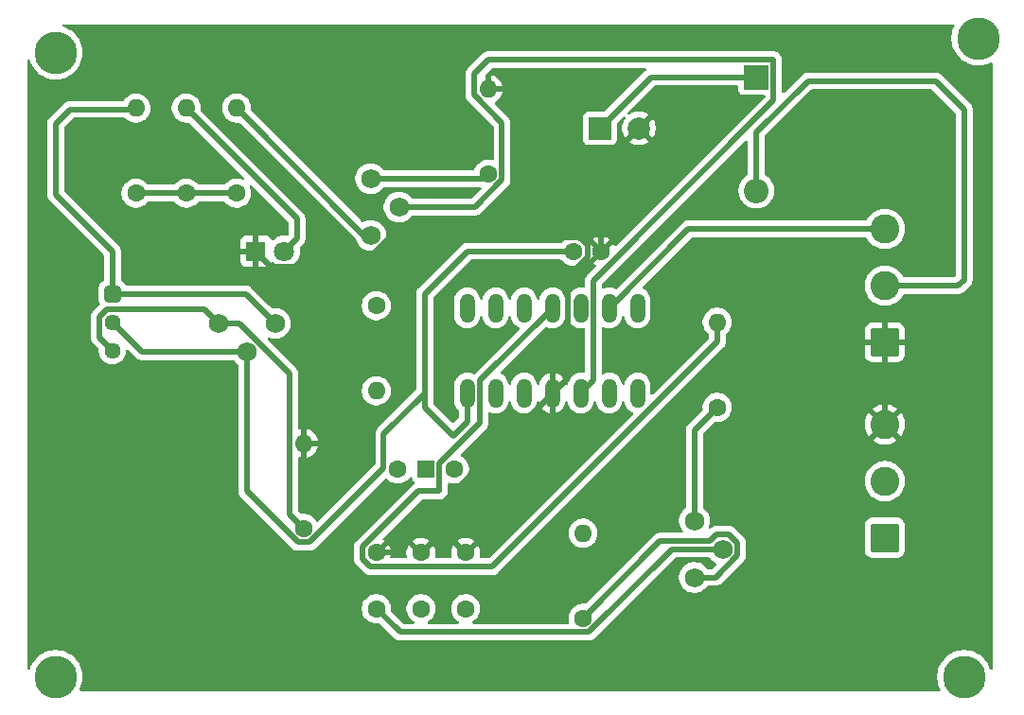
<source format=gbr>
%TF.GenerationSoftware,KiCad,Pcbnew,9.0.0*%
%TF.CreationDate,2025-04-29T18:27:41-04:00*%
%TF.ProjectId,Generador de funciones,47656e65-7261-4646-9f72-206465206675,rev?*%
%TF.SameCoordinates,Original*%
%TF.FileFunction,Copper,L2,Bot*%
%TF.FilePolarity,Positive*%
%FSLAX46Y46*%
G04 Gerber Fmt 4.6, Leading zero omitted, Abs format (unit mm)*
G04 Created by KiCad (PCBNEW 9.0.0) date 2025-04-29 18:27:41*
%MOMM*%
%LPD*%
G01*
G04 APERTURE LIST*
G04 Aperture macros list*
%AMRoundRect*
0 Rectangle with rounded corners*
0 $1 Rounding radius*
0 $2 $3 $4 $5 $6 $7 $8 $9 X,Y pos of 4 corners*
0 Add a 4 corners polygon primitive as box body*
4,1,4,$2,$3,$4,$5,$6,$7,$8,$9,$2,$3,0*
0 Add four circle primitives for the rounded corners*
1,1,$1+$1,$2,$3*
1,1,$1+$1,$4,$5*
1,1,$1+$1,$6,$7*
1,1,$1+$1,$8,$9*
0 Add four rect primitives between the rounded corners*
20,1,$1+$1,$2,$3,$4,$5,0*
20,1,$1+$1,$4,$5,$6,$7,0*
20,1,$1+$1,$6,$7,$8,$9,0*
20,1,$1+$1,$8,$9,$2,$3,0*%
G04 Aperture macros list end*
%TA.AperFunction,ComponentPad*%
%ADD10R,2.000000X2.000000*%
%TD*%
%TA.AperFunction,ComponentPad*%
%ADD11C,2.000000*%
%TD*%
%TA.AperFunction,ComponentPad*%
%ADD12RoundRect,0.250000X-0.470000X-0.470000X0.470000X-0.470000X0.470000X0.470000X-0.470000X0.470000X0*%
%TD*%
%TA.AperFunction,ComponentPad*%
%ADD13C,1.440000*%
%TD*%
%TA.AperFunction,ComponentPad*%
%ADD14C,1.750000*%
%TD*%
%TA.AperFunction,ComponentPad*%
%ADD15C,1.600000*%
%TD*%
%TA.AperFunction,ComponentPad*%
%ADD16O,1.600000X1.600000*%
%TD*%
%TA.AperFunction,ComponentPad*%
%ADD17R,1.800000X1.800000*%
%TD*%
%TA.AperFunction,ComponentPad*%
%ADD18C,1.800000*%
%TD*%
%TA.AperFunction,ComponentPad*%
%ADD19R,2.200000X2.200000*%
%TD*%
%TA.AperFunction,ComponentPad*%
%ADD20O,2.200000X2.200000*%
%TD*%
%TA.AperFunction,ComponentPad*%
%ADD21C,2.600000*%
%TD*%
%TA.AperFunction,ConnectorPad*%
%ADD22C,3.800000*%
%TD*%
%TA.AperFunction,ComponentPad*%
%ADD23RoundRect,0.250000X1.050000X-1.050000X1.050000X1.050000X-1.050000X1.050000X-1.050000X-1.050000X0*%
%TD*%
%TA.AperFunction,ComponentPad*%
%ADD24R,1.500000X1.500000*%
%TD*%
%TA.AperFunction,ComponentPad*%
%ADD25O,1.320800X2.641600*%
%TD*%
%TA.AperFunction,Conductor*%
%ADD26C,0.500000*%
%TD*%
%TA.AperFunction,Conductor*%
%ADD27C,0.250000*%
%TD*%
G04 APERTURE END LIST*
D10*
%TO.P,C1,1*%
%TO.N,Net-(D1-K)*%
X179500000Y-52500000D03*
D11*
%TO.P,C1,2*%
%TO.N,Earth*%
X183000000Y-52500000D03*
%TD*%
D12*
%TO.P,RV2,1,1*%
%TO.N,Net-(R2-Pad2)*%
X135890000Y-67310000D03*
D13*
%TO.P,RV2,2,2*%
%TO.N,Net-(C2-Pad1)*%
X135890000Y-69850000D03*
%TO.P,RV2,3,3*%
%TO.N,Net-(R8-Pad1)*%
X135890000Y-72390000D03*
%TD*%
D14*
%TO.P,RV1,1,1*%
%TO.N,Net-(R3-Pad1)*%
X187960000Y-87630000D03*
%TO.P,RV1,2,2*%
%TO.N,Net-(D1-K)*%
X190500000Y-90170000D03*
%TO.P,RV1,3,3*%
%TO.N,Net-(R4-Pad1)*%
X187960000Y-92710000D03*
%TD*%
D15*
%TO.P,R1,1*%
%TO.N,Net-(D1-K)*%
X142500000Y-58310000D03*
D16*
%TO.P,R1,2*%
%TO.N,Net-(D2-A)*%
X142500000Y-50690000D03*
%TD*%
D17*
%TO.P,D2,1,K*%
%TO.N,Earth*%
X148730000Y-63500000D03*
D18*
%TO.P,D2,2,A*%
%TO.N,Net-(D2-A)*%
X151270000Y-63500000D03*
%TD*%
D15*
%TO.P,R5,1*%
%TO.N,Net-(D1-K)*%
X147000000Y-58310000D03*
D16*
%TO.P,R5,2*%
%TO.N,Net-(R5-Pad2)*%
X147000000Y-50690000D03*
%TD*%
D15*
%TO.P,R2,1*%
%TO.N,Net-(D1-K)*%
X138000000Y-58310000D03*
D16*
%TO.P,R2,2*%
%TO.N,Net-(R2-Pad2)*%
X138000000Y-50690000D03*
%TD*%
D15*
%TO.P,R4,1*%
%TO.N,Net-(R4-Pad1)*%
X178000000Y-96360000D03*
D16*
%TO.P,R4,2*%
%TO.N,Net-(IC1-Pad5)*%
X178000000Y-88740000D03*
%TD*%
D19*
%TO.P,D1,1,K*%
%TO.N,Net-(D1-K)*%
X193500000Y-47920000D03*
D20*
%TO.P,D1,2,A*%
%TO.N,Net-(D1-A)*%
X193500000Y-58080000D03*
%TD*%
D21*
%TO.P,REF\u002A\u002A,1*%
%TO.N,N/C*%
X130810000Y-45720000D03*
D22*
X130810000Y-45720000D03*
%TD*%
D23*
%TO.P,J1,1,Pin_1*%
%TO.N,Earth*%
X205000000Y-71660000D03*
D21*
%TO.P,J1,2,Pin_2*%
%TO.N,Net-(D1-A)*%
X205000000Y-66580000D03*
%TO.P,J1,3,Pin_3*%
%TO.N,Net-(J1-Pin_3)*%
X205000000Y-61500000D03*
%TD*%
D24*
%TO.P,SW1,1,B*%
%TO.N,Net-(SW1-B)*%
X163960000Y-83000000D03*
D15*
%TO.P,SW1,2,C*%
%TO.N,Net-(SW1-C)*%
X161420000Y-83000000D03*
%TO.P,SW1,3,A*%
%TO.N,Net-(SW1-A)*%
X166500000Y-83000000D03*
%TD*%
D21*
%TO.P,REF\u002A\u002A,1*%
%TO.N,N/C*%
X130810000Y-101600000D03*
D22*
X130810000Y-101600000D03*
%TD*%
D15*
%TO.P,R8,1*%
%TO.N,Net-(R8-Pad1)*%
X153000000Y-88310000D03*
D16*
%TO.P,R8,2*%
%TO.N,Earth*%
X153000000Y-80690000D03*
%TD*%
D14*
%TO.P,RV4,1,1*%
%TO.N,Net-(R7-Pad1)*%
X159000000Y-57000000D03*
%TO.P,RV4,2,2*%
%TO.N,Net-(IC1-Pad12)*%
X161540000Y-59540000D03*
%TO.P,RV4,3,3*%
%TO.N,Net-(R5-Pad2)*%
X159000000Y-62080000D03*
%TD*%
D21*
%TO.P,REF\u002A\u002A,1*%
%TO.N,N/C*%
X212090000Y-101600000D03*
D22*
X212090000Y-101600000D03*
%TD*%
D25*
%TO.P,IC1,1*%
%TO.N,unconnected-(IC1-Pad1)*%
X182880000Y-68580000D03*
%TO.P,IC1,2*%
%TO.N,Net-(J1-Pin_3)*%
X180340000Y-68580000D03*
%TO.P,IC1,3*%
%TO.N,Net-(J2-Pin_1)*%
X177800000Y-68580000D03*
%TO.P,IC1,4*%
%TO.N,Net-(IC1-Pad4)*%
X175260000Y-68580000D03*
%TO.P,IC1,5*%
%TO.N,Net-(IC1-Pad5)*%
X172720000Y-68580000D03*
%TO.P,IC1,6*%
%TO.N,Net-(D1-K)*%
X170180000Y-68580000D03*
%TO.P,IC1,7*%
%TO.N,unconnected-(IC1-Pad7)*%
X167640000Y-68580000D03*
%TO.P,IC1,8*%
%TO.N,Net-(C2-Pad1)*%
X167640000Y-76200000D03*
%TO.P,IC1,9*%
%TO.N,Net-(J2-Pin_2)*%
X170180000Y-76200000D03*
%TO.P,IC1,10*%
%TO.N,Net-(SW1-B)*%
X172720000Y-76200000D03*
%TO.P,IC1,11*%
%TO.N,Earth*%
X175260000Y-76200000D03*
%TO.P,IC1,12*%
%TO.N,Net-(IC1-Pad12)*%
X177800000Y-76200000D03*
%TO.P,IC1,13*%
%TO.N,N/C*%
X180340000Y-76200000D03*
%TO.P,IC1,14*%
X182880000Y-76200000D03*
%TD*%
D15*
%TO.P,C3,1*%
%TO.N,Net-(D1-K)*%
X159500000Y-95500000D03*
%TO.P,C3,2*%
%TO.N,Earth*%
X159500000Y-90500000D03*
%TD*%
%TO.P,C4,1*%
%TO.N,Net-(SW1-C)*%
X163500000Y-95500000D03*
%TO.P,C4,2*%
%TO.N,Earth*%
X163500000Y-90500000D03*
%TD*%
D21*
%TO.P,REF\u002A\u002A,1*%
%TO.N,N/C*%
X213360000Y-44450000D03*
D22*
X213360000Y-44450000D03*
%TD*%
D15*
%TO.P,R7,1*%
%TO.N,Net-(R7-Pad1)*%
X169500000Y-56620000D03*
D16*
%TO.P,R7,2*%
%TO.N,Earth*%
X169500000Y-49000000D03*
%TD*%
D23*
%TO.P,J2,1,Pin_1*%
%TO.N,Net-(J2-Pin_1)*%
X205000000Y-89160000D03*
D21*
%TO.P,J2,2,Pin_2*%
%TO.N,Net-(J2-Pin_2)*%
X205000000Y-84080000D03*
%TO.P,J2,3,Pin_3*%
%TO.N,Earth*%
X205000000Y-79000000D03*
%TD*%
D14*
%TO.P,RV3,1,1*%
%TO.N,Net-(R2-Pad2)*%
X150460000Y-69960000D03*
%TO.P,RV3,2,2*%
%TO.N,Net-(C2-Pad1)*%
X147920000Y-72500000D03*
%TO.P,RV3,3,3*%
%TO.N,Net-(R8-Pad1)*%
X145380000Y-69960000D03*
%TD*%
D15*
%TO.P,C5,1*%
%TO.N,Net-(SW1-A)*%
X167500000Y-95500000D03*
%TO.P,C5,2*%
%TO.N,Earth*%
X167500000Y-90500000D03*
%TD*%
%TO.P,R3,1*%
%TO.N,Net-(R3-Pad1)*%
X190000000Y-77470000D03*
D16*
%TO.P,R3,2*%
%TO.N,Net-(IC1-Pad4)*%
X190000000Y-69850000D03*
%TD*%
D15*
%TO.P,R6,1*%
%TO.N,Net-(D1-K)*%
X159500000Y-68380000D03*
D16*
%TO.P,R6,2*%
%TO.N,Net-(J2-Pin_2)*%
X159500000Y-76000000D03*
%TD*%
D15*
%TO.P,C2,1*%
%TO.N,Net-(C2-Pad1)*%
X177125000Y-63500000D03*
%TO.P,C2,2*%
%TO.N,Earth*%
X179625000Y-63500000D03*
%TD*%
D26*
%TO.N,Earth*%
X176606818Y-74853182D02*
X176606818Y-65787364D01*
X178376000Y-62981818D02*
X177643182Y-62249000D01*
X160960000Y-90500000D02*
X175260000Y-76200000D01*
X160706248Y-62249000D02*
X158104248Y-64851000D01*
X176606818Y-65787364D02*
X178376000Y-64018182D01*
X169500000Y-49000000D02*
X172750000Y-49000000D01*
X172750000Y-49000000D02*
X179625000Y-55875000D01*
X150081000Y-64851000D02*
X148730000Y-63500000D01*
X159500000Y-90500000D02*
X160960000Y-90500000D01*
X160960000Y-90500000D02*
X176606818Y-74853182D01*
X148730000Y-63500000D02*
X153000000Y-67770000D01*
X153000000Y-67770000D02*
X153000000Y-80690000D01*
X179625000Y-55875000D02*
X183000000Y-52500000D01*
X179625000Y-63500000D02*
X179625000Y-55875000D01*
X178376000Y-64018182D02*
X178376000Y-62981818D01*
X177643182Y-62249000D02*
X160706248Y-62249000D01*
X205000000Y-71660000D02*
X205000000Y-79000000D01*
X158104248Y-64851000D02*
X150081000Y-64851000D01*
%TO.N,Net-(D1-K)*%
X184080000Y-47920000D02*
X179500000Y-52500000D01*
X178518182Y-97611000D02*
X161611000Y-97611000D01*
X185959182Y-90170000D02*
X178518182Y-97611000D01*
X193500000Y-47920000D02*
X184080000Y-47920000D01*
X161611000Y-97611000D02*
X159500000Y-95500000D01*
X142500000Y-58310000D02*
X147000000Y-58310000D01*
X138000000Y-58310000D02*
X142500000Y-58310000D01*
X190500000Y-90170000D02*
X185959182Y-90170000D01*
%TO.N,Net-(C2-Pad1)*%
X163830000Y-76200000D02*
X163830000Y-77470000D01*
X167640000Y-78740000D02*
X167640000Y-76200000D01*
X167640000Y-63500000D02*
X163830000Y-67310000D01*
X152481818Y-89561000D02*
X153518182Y-89561000D01*
X177125000Y-63500000D02*
X167640000Y-63500000D01*
X138540000Y-72500000D02*
X147920000Y-72500000D01*
X163830000Y-67310000D02*
X163830000Y-76200000D01*
X160169000Y-82910182D02*
X160169000Y-79861000D01*
X147920000Y-84999182D02*
X152481818Y-89561000D01*
X153518182Y-89561000D02*
X160169000Y-82910182D01*
X147920000Y-72500000D02*
X147920000Y-84999182D01*
X160169000Y-79861000D02*
X163830000Y-76200000D01*
X163830000Y-77470000D02*
X166370000Y-80010000D01*
X166370000Y-80010000D02*
X167640000Y-78740000D01*
X135890000Y-69850000D02*
X138540000Y-72500000D01*
%TO.N,Net-(D1-A)*%
X209550000Y-48260000D02*
X198120000Y-48260000D01*
X212090000Y-50800000D02*
X209550000Y-48260000D01*
X193500000Y-52880000D02*
X193500000Y-58080000D01*
X198120000Y-48260000D02*
X193500000Y-52880000D01*
X205000000Y-66580000D02*
X211550000Y-66580000D01*
X212090000Y-66040000D02*
X212090000Y-50800000D01*
X211550000Y-66580000D02*
X212090000Y-66040000D01*
%TO.N,Net-(D2-A)*%
X152400000Y-62370000D02*
X151270000Y-63500000D01*
X142500000Y-50690000D02*
X152400000Y-60590000D01*
X152400000Y-60590000D02*
X152400000Y-62370000D01*
%TO.N,Net-(IC1-Pad4)*%
X165161000Y-82489000D02*
X165161000Y-84993818D01*
X190000000Y-71620000D02*
X190000000Y-69850000D01*
X158981818Y-91751000D02*
X169869000Y-91751000D01*
X168751400Y-75088600D02*
X168751400Y-78898600D01*
X158249000Y-91018182D02*
X158981818Y-91751000D01*
X165161000Y-84993818D02*
X163237000Y-84993818D01*
X163237000Y-84993818D02*
X158249000Y-89981818D01*
X169869000Y-91751000D02*
X190000000Y-71620000D01*
X168751400Y-78898600D02*
X165161000Y-82489000D01*
X175260000Y-68580000D02*
X168751400Y-75088600D01*
X158249000Y-89981818D02*
X158249000Y-91018182D01*
%TO.N,Net-(J1-Pin_3)*%
X187420000Y-61500000D02*
X180340000Y-68580000D01*
X205000000Y-61500000D02*
X187420000Y-61500000D01*
%TO.N,Net-(IC1-Pad12)*%
X170751000Y-57138182D02*
X170751000Y-52020182D01*
X168249000Y-49518182D02*
X168249000Y-47651000D01*
X195051000Y-46369000D02*
X195051000Y-50017557D01*
X178911400Y-75088600D02*
X177800000Y-76200000D01*
X195051000Y-50017557D02*
X178911400Y-66157157D01*
X168349182Y-59540000D02*
X170751000Y-57138182D01*
X168249000Y-47651000D02*
X169531000Y-46369000D01*
X169531000Y-46369000D02*
X195051000Y-46369000D01*
X161540000Y-59540000D02*
X168349182Y-59540000D01*
X170751000Y-52020182D02*
X168249000Y-49518182D01*
X178911400Y-66157157D02*
X178911400Y-75088600D01*
%TO.N,Net-(R2-Pad2)*%
X137890000Y-50800000D02*
X132080000Y-50800000D01*
D27*
X149970000Y-69960000D02*
X150460000Y-69960000D01*
D26*
X130810000Y-58420000D02*
X135890000Y-63500000D01*
X132080000Y-50800000D02*
X130810000Y-52070000D01*
X135890000Y-67310000D02*
X147810000Y-67310000D01*
X135890000Y-63500000D02*
X135890000Y-67310000D01*
X138000000Y-50690000D02*
X137890000Y-50800000D01*
X147810000Y-67310000D02*
X150460000Y-69960000D01*
X130810000Y-52070000D02*
X130810000Y-58420000D01*
%TO.N,Net-(R3-Pad1)*%
X187960000Y-79510000D02*
X190000000Y-77470000D01*
X187960000Y-87630000D02*
X187960000Y-79510000D01*
%TO.N,Net-(R4-Pad1)*%
X189950752Y-88844000D02*
X189325752Y-89469000D01*
X187960000Y-92710000D02*
X189835248Y-92710000D01*
X191826000Y-90719248D02*
X191826000Y-89620752D01*
X191049248Y-88844000D02*
X189950752Y-88844000D01*
X191826000Y-89620752D02*
X191049248Y-88844000D01*
X189835248Y-92710000D02*
X191826000Y-90719248D01*
X184891000Y-89469000D02*
X178000000Y-96360000D01*
X189325752Y-89469000D02*
X184891000Y-89469000D01*
%TO.N,Net-(R5-Pad2)*%
X158390000Y-62080000D02*
X159000000Y-62080000D01*
X147000000Y-50690000D02*
X158390000Y-62080000D01*
%TO.N,Net-(R7-Pad1)*%
X169120000Y-57000000D02*
X169500000Y-56620000D01*
X159000000Y-57000000D02*
X169120000Y-57000000D01*
%TO.N,Net-(R8-Pad1)*%
X134719000Y-69364955D02*
X135404955Y-68679000D01*
X135890000Y-72390000D02*
X134719000Y-71219000D01*
X135404955Y-68679000D02*
X144099000Y-68679000D01*
X145380000Y-69960000D02*
X147255248Y-69960000D01*
X151749000Y-74453752D02*
X151749000Y-87059000D01*
X134719000Y-71219000D02*
X134719000Y-69364955D01*
X144099000Y-68679000D02*
X145380000Y-69960000D01*
X151749000Y-87059000D02*
X153000000Y-88310000D01*
X147255248Y-69960000D02*
X151749000Y-74453752D01*
%TD*%
%TA.AperFunction,Conductor*%
%TO.N,Earth*%
G36*
X175510000Y-77995668D02*
G01*
X175531728Y-77992227D01*
X175705441Y-77935783D01*
X175868182Y-77852862D01*
X176015951Y-77745500D01*
X176015952Y-77745500D01*
X176145100Y-77616352D01*
X176145100Y-77616351D01*
X176252462Y-77468582D01*
X176335383Y-77305843D01*
X176391827Y-77132128D01*
X176391827Y-77132127D01*
X176407273Y-77034605D01*
X176437202Y-76971470D01*
X176496513Y-76934538D01*
X176566376Y-76935536D01*
X176624609Y-76974145D01*
X176652219Y-77034603D01*
X176667684Y-77132242D01*
X176667685Y-77132245D01*
X176724152Y-77306031D01*
X176807109Y-77468844D01*
X176914515Y-77616676D01*
X177043724Y-77745885D01*
X177191556Y-77853291D01*
X177354369Y-77936248D01*
X177528155Y-77992715D01*
X177595835Y-78003434D01*
X177708630Y-78021300D01*
X177708635Y-78021300D01*
X177891370Y-78021300D01*
X177991631Y-78005419D01*
X178071845Y-77992715D01*
X178245631Y-77936248D01*
X178408444Y-77853291D01*
X178556276Y-77745885D01*
X178685485Y-77616676D01*
X178792891Y-77468844D01*
X178875848Y-77306031D01*
X178932315Y-77132245D01*
X178947527Y-77036202D01*
X178977456Y-76973067D01*
X179036768Y-76936136D01*
X179106630Y-76937134D01*
X179164863Y-76975744D01*
X179192473Y-77036202D01*
X179207684Y-77132241D01*
X179207684Y-77132243D01*
X179207685Y-77132245D01*
X179264152Y-77306031D01*
X179347109Y-77468844D01*
X179454515Y-77616676D01*
X179583724Y-77745885D01*
X179731556Y-77853291D01*
X179894369Y-77936248D01*
X180068155Y-77992715D01*
X180135835Y-78003434D01*
X180248630Y-78021300D01*
X180248635Y-78021300D01*
X180431370Y-78021300D01*
X180531631Y-78005419D01*
X180611845Y-77992715D01*
X180785631Y-77936248D01*
X180948444Y-77853291D01*
X181096276Y-77745885D01*
X181225485Y-77616676D01*
X181332891Y-77468844D01*
X181415848Y-77306031D01*
X181472315Y-77132245D01*
X181487527Y-77036202D01*
X181517456Y-76973067D01*
X181576768Y-76936136D01*
X181646630Y-76937134D01*
X181704863Y-76975744D01*
X181732473Y-77036202D01*
X181747684Y-77132241D01*
X181747684Y-77132243D01*
X181747685Y-77132245D01*
X181804152Y-77306031D01*
X181887109Y-77468844D01*
X181994515Y-77616676D01*
X182123724Y-77745885D01*
X182271556Y-77853291D01*
X182335779Y-77886014D01*
X182406851Y-77922227D01*
X182457647Y-77970201D01*
X182474442Y-78038022D01*
X182451905Y-78104157D01*
X182438237Y-78120393D01*
X169594451Y-90964181D01*
X169533128Y-90997666D01*
X169506770Y-91000500D01*
X168874951Y-91000500D01*
X168807912Y-90980815D01*
X168762157Y-90928011D01*
X168752213Y-90858853D01*
X168757020Y-90838183D01*
X168767988Y-90804425D01*
X168767989Y-90804418D01*
X168800000Y-90602317D01*
X168800000Y-90397682D01*
X168767990Y-90195582D01*
X168704755Y-90000968D01*
X168611859Y-89818650D01*
X168579474Y-89774077D01*
X168579474Y-89774076D01*
X167900000Y-90453551D01*
X167900000Y-90447339D01*
X167872741Y-90345606D01*
X167820080Y-90254394D01*
X167745606Y-90179920D01*
X167654394Y-90127259D01*
X167552661Y-90100000D01*
X167546446Y-90100000D01*
X168225922Y-89420524D01*
X168225921Y-89420523D01*
X168181359Y-89388147D01*
X168181350Y-89388141D01*
X167999031Y-89295244D01*
X167804417Y-89232009D01*
X167602317Y-89200000D01*
X167397683Y-89200000D01*
X167195582Y-89232009D01*
X167000968Y-89295244D01*
X166818644Y-89388143D01*
X166774077Y-89420523D01*
X166774077Y-89420524D01*
X167453554Y-90100000D01*
X167447339Y-90100000D01*
X167345606Y-90127259D01*
X167254394Y-90179920D01*
X167179920Y-90254394D01*
X167127259Y-90345606D01*
X167100000Y-90447339D01*
X167100000Y-90453553D01*
X166420524Y-89774077D01*
X166420523Y-89774077D01*
X166388143Y-89818644D01*
X166295244Y-90000968D01*
X166232009Y-90195582D01*
X166200000Y-90397682D01*
X166200000Y-90602317D01*
X166232010Y-90804418D01*
X166232011Y-90804425D01*
X166242980Y-90838183D01*
X166244975Y-90908024D01*
X166208894Y-90967856D01*
X166146193Y-90998684D01*
X166125049Y-91000500D01*
X164874951Y-91000500D01*
X164807912Y-90980815D01*
X164762157Y-90928011D01*
X164752213Y-90858853D01*
X164757020Y-90838183D01*
X164767988Y-90804425D01*
X164767989Y-90804418D01*
X164800000Y-90602317D01*
X164800000Y-90397682D01*
X164767990Y-90195582D01*
X164704755Y-90000968D01*
X164611859Y-89818650D01*
X164579474Y-89774077D01*
X164579474Y-89774076D01*
X163900000Y-90453551D01*
X163900000Y-90447339D01*
X163872741Y-90345606D01*
X163820080Y-90254394D01*
X163745606Y-90179920D01*
X163654394Y-90127259D01*
X163552661Y-90100000D01*
X163546446Y-90100000D01*
X164225922Y-89420524D01*
X164225921Y-89420523D01*
X164181359Y-89388147D01*
X164181350Y-89388141D01*
X163999031Y-89295244D01*
X163804417Y-89232009D01*
X163602317Y-89200000D01*
X163397683Y-89200000D01*
X163195582Y-89232009D01*
X163000968Y-89295244D01*
X162818644Y-89388143D01*
X162774077Y-89420523D01*
X162774077Y-89420524D01*
X163453554Y-90100000D01*
X163447339Y-90100000D01*
X163345606Y-90127259D01*
X163254394Y-90179920D01*
X163179920Y-90254394D01*
X163127259Y-90345606D01*
X163100000Y-90447339D01*
X163100000Y-90453553D01*
X162420524Y-89774077D01*
X162420523Y-89774077D01*
X162388143Y-89818644D01*
X162295244Y-90000968D01*
X162232009Y-90195582D01*
X162200000Y-90397682D01*
X162200000Y-90602317D01*
X162232010Y-90804418D01*
X162232011Y-90804425D01*
X162242980Y-90838183D01*
X162244975Y-90908024D01*
X162208894Y-90967856D01*
X162146193Y-90998684D01*
X162125049Y-91000500D01*
X160874951Y-91000500D01*
X160807912Y-90980815D01*
X160762157Y-90928011D01*
X160752213Y-90858853D01*
X160757020Y-90838183D01*
X160767988Y-90804425D01*
X160767989Y-90804418D01*
X160800000Y-90602317D01*
X160800000Y-90397682D01*
X160767990Y-90195582D01*
X160704755Y-90000968D01*
X160611859Y-89818650D01*
X160579474Y-89774077D01*
X160579474Y-89774076D01*
X159900000Y-90453551D01*
X159900000Y-90447339D01*
X159872741Y-90345606D01*
X159820080Y-90254394D01*
X159745606Y-90179920D01*
X159654394Y-90127259D01*
X159552661Y-90100000D01*
X159546446Y-90100000D01*
X160225922Y-89420524D01*
X160225921Y-89420523D01*
X160181359Y-89388147D01*
X160181349Y-89388140D01*
X160149712Y-89372020D01*
X160098917Y-89324045D01*
X160082123Y-89256223D01*
X160104662Y-89190089D01*
X160118317Y-89173867D01*
X163511548Y-85780637D01*
X163572871Y-85747152D01*
X163599229Y-85744318D01*
X165234920Y-85744318D01*
X165332462Y-85724914D01*
X165379913Y-85715476D01*
X165516495Y-85658902D01*
X165639416Y-85576769D01*
X165743951Y-85472234D01*
X165826084Y-85349313D01*
X165826085Y-85349308D01*
X165826089Y-85349303D01*
X165866494Y-85251754D01*
X165882658Y-85212731D01*
X165892096Y-85165280D01*
X165911500Y-85067738D01*
X165911500Y-84346882D01*
X165931185Y-84279843D01*
X165983989Y-84234088D01*
X166053147Y-84224144D01*
X166073813Y-84228949D01*
X166120414Y-84244091D01*
X166195465Y-84268477D01*
X166267227Y-84279843D01*
X166397648Y-84300500D01*
X166397649Y-84300500D01*
X166602351Y-84300500D01*
X166602352Y-84300500D01*
X166804534Y-84268477D01*
X166999219Y-84205220D01*
X167181610Y-84112287D01*
X167274590Y-84044732D01*
X167347213Y-83991971D01*
X167347215Y-83991968D01*
X167347219Y-83991966D01*
X167491966Y-83847219D01*
X167491968Y-83847215D01*
X167491971Y-83847213D01*
X167566568Y-83744537D01*
X167612287Y-83681610D01*
X167702872Y-83503827D01*
X167705218Y-83499223D01*
X167705218Y-83499222D01*
X167705220Y-83499219D01*
X167768477Y-83304534D01*
X167800500Y-83102352D01*
X167800500Y-82897648D01*
X167768477Y-82695466D01*
X167705220Y-82500781D01*
X167705218Y-82500778D01*
X167705218Y-82500776D01*
X167671503Y-82434607D01*
X167612287Y-82318390D01*
X167584032Y-82279500D01*
X167491971Y-82152786D01*
X167347213Y-82008028D01*
X167181614Y-81887715D01*
X167173038Y-81883345D01*
X167096545Y-81844370D01*
X167045750Y-81796397D01*
X167028955Y-81728576D01*
X167051492Y-81662441D01*
X167065154Y-81646211D01*
X169334351Y-79377016D01*
X169416484Y-79254095D01*
X169473058Y-79117513D01*
X169496433Y-79000001D01*
X169501900Y-78972520D01*
X169501900Y-78020149D01*
X169521585Y-77953110D01*
X169574389Y-77907355D01*
X169643547Y-77897411D01*
X169682194Y-77909663D01*
X169734369Y-77936248D01*
X169908155Y-77992715D01*
X169975835Y-78003434D01*
X170088630Y-78021300D01*
X170088635Y-78021300D01*
X170271370Y-78021300D01*
X170371631Y-78005419D01*
X170451845Y-77992715D01*
X170625631Y-77936248D01*
X170788444Y-77853291D01*
X170936276Y-77745885D01*
X171065485Y-77616676D01*
X171172891Y-77468844D01*
X171255848Y-77306031D01*
X171312315Y-77132245D01*
X171327527Y-77036202D01*
X171357456Y-76973067D01*
X171416768Y-76936136D01*
X171486630Y-76937134D01*
X171544863Y-76975744D01*
X171572473Y-77036202D01*
X171587684Y-77132241D01*
X171587684Y-77132243D01*
X171587685Y-77132245D01*
X171644152Y-77306031D01*
X171727109Y-77468844D01*
X171834515Y-77616676D01*
X171963724Y-77745885D01*
X172111556Y-77853291D01*
X172274369Y-77936248D01*
X172448155Y-77992715D01*
X172515835Y-78003434D01*
X172628630Y-78021300D01*
X172628635Y-78021300D01*
X172811370Y-78021300D01*
X172911631Y-78005419D01*
X172991845Y-77992715D01*
X173165631Y-77936248D01*
X173328444Y-77853291D01*
X173476276Y-77745885D01*
X173605485Y-77616676D01*
X173712891Y-77468844D01*
X173795848Y-77306031D01*
X173852315Y-77132245D01*
X173867780Y-77034603D01*
X173897709Y-76971469D01*
X173957021Y-76934538D01*
X174026883Y-76935536D01*
X174085116Y-76974146D01*
X174112726Y-77034603D01*
X174128173Y-77132129D01*
X174184616Y-77305843D01*
X174267537Y-77468582D01*
X174374899Y-77616351D01*
X174374899Y-77616352D01*
X174504047Y-77745500D01*
X174651817Y-77852862D01*
X174814558Y-77935783D01*
X174988271Y-77992227D01*
X175009999Y-77995668D01*
X175010000Y-77995667D01*
X175010000Y-76524737D01*
X175010464Y-76525201D01*
X175103135Y-76578705D01*
X175206496Y-76606400D01*
X175313504Y-76606400D01*
X175416865Y-76578705D01*
X175509536Y-76525201D01*
X175510000Y-76524737D01*
X175510000Y-77995668D01*
G37*
%TD.AperFunction*%
%TA.AperFunction,Conductor*%
G36*
X179225000Y-63552661D02*
G01*
X179252259Y-63654394D01*
X179304920Y-63745606D01*
X179379394Y-63820080D01*
X179470606Y-63872741D01*
X179572339Y-63900000D01*
X179578553Y-63900000D01*
X178899076Y-64579474D01*
X178943652Y-64611861D01*
X179090799Y-64686835D01*
X179141595Y-64734809D01*
X179158391Y-64802630D01*
X179135854Y-64868765D01*
X179122186Y-64885001D01*
X178328450Y-65678738D01*
X178328448Y-65678741D01*
X178312609Y-65702447D01*
X178312607Y-65702448D01*
X178312607Y-65702449D01*
X178246316Y-65801660D01*
X178246314Y-65801663D01*
X178189743Y-65938239D01*
X178189740Y-65938249D01*
X178160900Y-66083236D01*
X178160900Y-66656204D01*
X178141215Y-66723243D01*
X178088411Y-66768998D01*
X178019253Y-66778942D01*
X178017502Y-66778677D01*
X177891370Y-66758700D01*
X177891365Y-66758700D01*
X177708635Y-66758700D01*
X177708630Y-66758700D01*
X177528158Y-66787284D01*
X177354366Y-66843753D01*
X177191555Y-66926709D01*
X177043721Y-67034117D01*
X176914517Y-67163321D01*
X176807109Y-67311155D01*
X176724153Y-67473966D01*
X176667684Y-67647758D01*
X176652473Y-67743797D01*
X176622544Y-67806932D01*
X176563232Y-67843863D01*
X176493369Y-67842865D01*
X176435137Y-67804255D01*
X176407527Y-67743797D01*
X176392315Y-67647758D01*
X176392315Y-67647755D01*
X176335848Y-67473969D01*
X176252891Y-67311156D01*
X176145485Y-67163324D01*
X176016276Y-67034115D01*
X175868444Y-66926709D01*
X175732470Y-66857427D01*
X175705633Y-66843753D01*
X175705632Y-66843752D01*
X175705631Y-66843752D01*
X175531845Y-66787285D01*
X175531843Y-66787284D01*
X175531841Y-66787284D01*
X175351370Y-66758700D01*
X175351365Y-66758700D01*
X175168635Y-66758700D01*
X175168630Y-66758700D01*
X174988158Y-66787284D01*
X174814366Y-66843753D01*
X174651555Y-66926709D01*
X174503721Y-67034117D01*
X174374517Y-67163321D01*
X174267109Y-67311155D01*
X174184153Y-67473966D01*
X174127684Y-67647758D01*
X174112473Y-67743797D01*
X174082544Y-67806932D01*
X174023232Y-67843863D01*
X173953369Y-67842865D01*
X173895137Y-67804255D01*
X173867527Y-67743797D01*
X173852315Y-67647758D01*
X173852315Y-67647755D01*
X173795848Y-67473969D01*
X173712891Y-67311156D01*
X173605485Y-67163324D01*
X173476276Y-67034115D01*
X173328444Y-66926709D01*
X173192470Y-66857427D01*
X173165633Y-66843753D01*
X173165632Y-66843752D01*
X173165631Y-66843752D01*
X172991845Y-66787285D01*
X172991843Y-66787284D01*
X172991841Y-66787284D01*
X172811370Y-66758700D01*
X172811365Y-66758700D01*
X172628635Y-66758700D01*
X172628630Y-66758700D01*
X172448158Y-66787284D01*
X172274366Y-66843753D01*
X172111555Y-66926709D01*
X171963721Y-67034117D01*
X171834517Y-67163321D01*
X171727109Y-67311155D01*
X171644153Y-67473966D01*
X171587684Y-67647758D01*
X171572473Y-67743797D01*
X171542544Y-67806932D01*
X171483232Y-67843863D01*
X171413369Y-67842865D01*
X171355137Y-67804255D01*
X171327527Y-67743797D01*
X171312315Y-67647758D01*
X171312315Y-67647755D01*
X171255848Y-67473969D01*
X171172891Y-67311156D01*
X171065485Y-67163324D01*
X170936276Y-67034115D01*
X170788444Y-66926709D01*
X170652470Y-66857427D01*
X170625633Y-66843753D01*
X170625632Y-66843752D01*
X170625631Y-66843752D01*
X170451845Y-66787285D01*
X170451843Y-66787284D01*
X170451841Y-66787284D01*
X170271370Y-66758700D01*
X170271365Y-66758700D01*
X170088635Y-66758700D01*
X170088630Y-66758700D01*
X169908158Y-66787284D01*
X169734366Y-66843753D01*
X169571555Y-66926709D01*
X169423721Y-67034117D01*
X169294517Y-67163321D01*
X169187109Y-67311155D01*
X169104153Y-67473966D01*
X169047684Y-67647758D01*
X169032473Y-67743797D01*
X169002544Y-67806932D01*
X168943232Y-67843863D01*
X168873369Y-67842865D01*
X168815137Y-67804255D01*
X168787527Y-67743797D01*
X168772315Y-67647758D01*
X168772315Y-67647755D01*
X168715848Y-67473969D01*
X168632891Y-67311156D01*
X168525485Y-67163324D01*
X168396276Y-67034115D01*
X168248444Y-66926709D01*
X168112470Y-66857427D01*
X168085633Y-66843753D01*
X168085632Y-66843752D01*
X168085631Y-66843752D01*
X167911845Y-66787285D01*
X167911843Y-66787284D01*
X167911841Y-66787284D01*
X167731370Y-66758700D01*
X167731365Y-66758700D01*
X167548635Y-66758700D01*
X167548630Y-66758700D01*
X167368158Y-66787284D01*
X167194366Y-66843753D01*
X167031555Y-66926709D01*
X166883721Y-67034117D01*
X166754517Y-67163321D01*
X166647109Y-67311155D01*
X166564153Y-67473966D01*
X166507684Y-67647758D01*
X166479100Y-67828229D01*
X166479100Y-69331770D01*
X166504524Y-69492287D01*
X166507685Y-69512245D01*
X166564152Y-69686031D01*
X166647109Y-69848844D01*
X166754515Y-69996676D01*
X166883724Y-70125885D01*
X167031556Y-70233291D01*
X167194369Y-70316248D01*
X167368155Y-70372715D01*
X167422498Y-70381322D01*
X167548630Y-70401300D01*
X167548635Y-70401300D01*
X167731370Y-70401300D01*
X167831631Y-70385419D01*
X167911845Y-70372715D01*
X168085631Y-70316248D01*
X168248444Y-70233291D01*
X168396276Y-70125885D01*
X168525485Y-69996676D01*
X168632891Y-69848844D01*
X168715848Y-69686031D01*
X168772315Y-69512245D01*
X168781619Y-69453501D01*
X168787527Y-69416202D01*
X168817456Y-69353067D01*
X168876768Y-69316136D01*
X168946630Y-69317134D01*
X169004863Y-69355744D01*
X169032473Y-69416202D01*
X169044524Y-69492287D01*
X169047685Y-69512245D01*
X169104152Y-69686031D01*
X169187109Y-69848844D01*
X169294515Y-69996676D01*
X169423724Y-70125885D01*
X169571556Y-70233291D01*
X169734369Y-70316248D01*
X169908155Y-70372715D01*
X169962498Y-70381322D01*
X170088630Y-70401300D01*
X170088635Y-70401300D01*
X170271370Y-70401300D01*
X170371631Y-70385419D01*
X170451845Y-70372715D01*
X170625631Y-70316248D01*
X170788444Y-70233291D01*
X170936276Y-70125885D01*
X171065485Y-69996676D01*
X171172891Y-69848844D01*
X171255848Y-69686031D01*
X171312315Y-69512245D01*
X171321619Y-69453501D01*
X171327527Y-69416202D01*
X171357456Y-69353067D01*
X171416768Y-69316136D01*
X171486630Y-69317134D01*
X171544863Y-69355744D01*
X171572473Y-69416202D01*
X171584524Y-69492287D01*
X171587685Y-69512245D01*
X171644152Y-69686031D01*
X171727109Y-69848844D01*
X171834515Y-69996676D01*
X171963724Y-70125885D01*
X172111556Y-70233291D01*
X172224581Y-70290880D01*
X172246851Y-70302227D01*
X172297647Y-70350201D01*
X172314442Y-70418022D01*
X172291905Y-70484157D01*
X172278237Y-70500393D01*
X168301203Y-74477427D01*
X168239880Y-74510912D01*
X168170188Y-74505928D01*
X168157228Y-74500231D01*
X168085636Y-74463754D01*
X168085633Y-74463753D01*
X168085631Y-74463752D01*
X167911845Y-74407285D01*
X167911843Y-74407284D01*
X167911841Y-74407284D01*
X167731370Y-74378700D01*
X167731365Y-74378700D01*
X167548635Y-74378700D01*
X167548630Y-74378700D01*
X167368158Y-74407284D01*
X167194366Y-74463753D01*
X167031555Y-74546709D01*
X166883721Y-74654117D01*
X166754517Y-74783321D01*
X166647109Y-74931155D01*
X166564153Y-75093966D01*
X166507684Y-75267758D01*
X166479100Y-75448229D01*
X166479100Y-76951770D01*
X166507684Y-77132241D01*
X166507684Y-77132243D01*
X166507685Y-77132245D01*
X166564152Y-77306031D01*
X166647109Y-77468844D01*
X166754515Y-77616676D01*
X166754517Y-77616678D01*
X166853181Y-77715342D01*
X166886666Y-77776665D01*
X166889500Y-77803023D01*
X166889500Y-78377769D01*
X166869815Y-78444808D01*
X166853181Y-78465450D01*
X166457680Y-78860951D01*
X166396357Y-78894436D01*
X166326665Y-78889452D01*
X166282318Y-78860951D01*
X165459389Y-78038022D01*
X164616819Y-77195451D01*
X164583334Y-77134128D01*
X164580500Y-77107770D01*
X164580500Y-67672229D01*
X164600185Y-67605190D01*
X164616819Y-67584548D01*
X167914548Y-64286819D01*
X167975871Y-64253334D01*
X168002229Y-64250500D01*
X175999582Y-64250500D01*
X176066621Y-64270185D01*
X176099900Y-64301615D01*
X176133028Y-64347212D01*
X176133032Y-64347217D01*
X176277786Y-64491971D01*
X176398226Y-64579474D01*
X176443390Y-64612287D01*
X176559607Y-64671503D01*
X176625776Y-64705218D01*
X176625778Y-64705218D01*
X176625781Y-64705220D01*
X176716847Y-64734809D01*
X176820465Y-64768477D01*
X176921557Y-64784488D01*
X177022648Y-64800500D01*
X177022649Y-64800500D01*
X177227351Y-64800500D01*
X177227352Y-64800500D01*
X177429534Y-64768477D01*
X177624219Y-64705220D01*
X177806610Y-64612287D01*
X177899590Y-64544732D01*
X177972213Y-64491971D01*
X177972215Y-64491968D01*
X177972219Y-64491966D01*
X178116966Y-64347219D01*
X178116968Y-64347215D01*
X178116971Y-64347213D01*
X178237286Y-64181611D01*
X178237415Y-64181359D01*
X178264795Y-64127621D01*
X178312769Y-64076826D01*
X178380589Y-64060030D01*
X178446725Y-64082567D01*
X178485765Y-64127621D01*
X178513141Y-64181350D01*
X178513147Y-64181359D01*
X178545523Y-64225921D01*
X178545524Y-64225922D01*
X179225000Y-63546446D01*
X179225000Y-63552661D01*
G37*
%TD.AperFunction*%
%TA.AperFunction,Conductor*%
G36*
X176547071Y-69316854D02*
G01*
X176566630Y-69317134D01*
X176580040Y-69326025D01*
X176595543Y-69330338D01*
X176608561Y-69344935D01*
X176624863Y-69355744D01*
X176631855Y-69371054D01*
X176642047Y-69382483D01*
X176652473Y-69416202D01*
X176664524Y-69492287D01*
X176667685Y-69512245D01*
X176724152Y-69686031D01*
X176807109Y-69848844D01*
X176914515Y-69996676D01*
X177043724Y-70125885D01*
X177191556Y-70233291D01*
X177354369Y-70316248D01*
X177528155Y-70372715D01*
X177582498Y-70381322D01*
X177708630Y-70401300D01*
X177708635Y-70401300D01*
X177891369Y-70401300D01*
X177990000Y-70385677D01*
X178017501Y-70381322D01*
X178086795Y-70390276D01*
X178140247Y-70435272D01*
X178160887Y-70502024D01*
X178160900Y-70503795D01*
X178160900Y-74276204D01*
X178141215Y-74343243D01*
X178088411Y-74388998D01*
X178019253Y-74398942D01*
X178017502Y-74398677D01*
X177891370Y-74378700D01*
X177891365Y-74378700D01*
X177708635Y-74378700D01*
X177708630Y-74378700D01*
X177528158Y-74407284D01*
X177354366Y-74463753D01*
X177191555Y-74546709D01*
X177043721Y-74654117D01*
X176914517Y-74783321D01*
X176807109Y-74931155D01*
X176724153Y-75093966D01*
X176667684Y-75267757D01*
X176652219Y-75365396D01*
X176622289Y-75428531D01*
X176562977Y-75465461D01*
X176493114Y-75464463D01*
X176434882Y-75425852D01*
X176407273Y-75365395D01*
X176391826Y-75267870D01*
X176335383Y-75094156D01*
X176252462Y-74931417D01*
X176145100Y-74783648D01*
X176145100Y-74783647D01*
X176015952Y-74654499D01*
X175868182Y-74547137D01*
X175705441Y-74464216D01*
X175531727Y-74407773D01*
X175531722Y-74407772D01*
X175510000Y-74404331D01*
X175510000Y-75875263D01*
X175509536Y-75874799D01*
X175416865Y-75821295D01*
X175313504Y-75793600D01*
X175206496Y-75793600D01*
X175103135Y-75821295D01*
X175010464Y-75874799D01*
X175010000Y-75875263D01*
X175010000Y-74404331D01*
X175009999Y-74404331D01*
X174988277Y-74407772D01*
X174988272Y-74407773D01*
X174814558Y-74464216D01*
X174651817Y-74547137D01*
X174504048Y-74654499D01*
X174504047Y-74654499D01*
X174374899Y-74783647D01*
X174374899Y-74783648D01*
X174267537Y-74931417D01*
X174184616Y-75094156D01*
X174128173Y-75267870D01*
X174112726Y-75365396D01*
X174082796Y-75428530D01*
X174023485Y-75465461D01*
X173953622Y-75464463D01*
X173895390Y-75425853D01*
X173867780Y-75365395D01*
X173852315Y-75267758D01*
X173852315Y-75267757D01*
X173852315Y-75267755D01*
X173795848Y-75093969D01*
X173712891Y-74931156D01*
X173605485Y-74783324D01*
X173476276Y-74654115D01*
X173328444Y-74546709D01*
X173192470Y-74477427D01*
X173165633Y-74463753D01*
X173165632Y-74463752D01*
X173165631Y-74463752D01*
X172991845Y-74407285D01*
X172991843Y-74407284D01*
X172991841Y-74407284D01*
X172811370Y-74378700D01*
X172811365Y-74378700D01*
X172628635Y-74378700D01*
X172628630Y-74378700D01*
X172448158Y-74407284D01*
X172274366Y-74463753D01*
X172111555Y-74546709D01*
X171963721Y-74654117D01*
X171834517Y-74783321D01*
X171727109Y-74931155D01*
X171644153Y-75093966D01*
X171587684Y-75267758D01*
X171572473Y-75363797D01*
X171542544Y-75426932D01*
X171483232Y-75463863D01*
X171413369Y-75462865D01*
X171355137Y-75424255D01*
X171327527Y-75363797D01*
X171312315Y-75267758D01*
X171312315Y-75267757D01*
X171312315Y-75267755D01*
X171255848Y-75093969D01*
X171172891Y-74931156D01*
X171065485Y-74783324D01*
X170936276Y-74654115D01*
X170788444Y-74546709D01*
X170653147Y-74477771D01*
X170602351Y-74429796D01*
X170585556Y-74361975D01*
X170608094Y-74295840D01*
X170621755Y-74279611D01*
X174598796Y-70302569D01*
X174660117Y-70269086D01*
X174729809Y-70274070D01*
X174742769Y-70279767D01*
X174787526Y-70302571D01*
X174814369Y-70316248D01*
X174988155Y-70372715D01*
X175042498Y-70381322D01*
X175168630Y-70401300D01*
X175168635Y-70401300D01*
X175351370Y-70401300D01*
X175451631Y-70385419D01*
X175531845Y-70372715D01*
X175705631Y-70316248D01*
X175868444Y-70233291D01*
X176016276Y-70125885D01*
X176145485Y-69996676D01*
X176252891Y-69848844D01*
X176335848Y-69686031D01*
X176392315Y-69512245D01*
X176401619Y-69453501D01*
X176407527Y-69416202D01*
X176414419Y-69401661D01*
X176416482Y-69385705D01*
X176429076Y-69370743D01*
X176437456Y-69353067D01*
X176451117Y-69344560D01*
X176461478Y-69332253D01*
X176480162Y-69326475D01*
X176496768Y-69316136D01*
X176512857Y-69316365D01*
X176528229Y-69311613D01*
X176547071Y-69316854D01*
G37*
%TD.AperFunction*%
%TA.AperFunction,Conductor*%
G36*
X211111162Y-43180370D02*
G01*
X211112430Y-43180026D01*
X211144583Y-43190183D01*
X211176940Y-43199685D01*
X211177800Y-43200677D01*
X211179054Y-43201074D01*
X211200629Y-43227023D01*
X211222695Y-43252489D01*
X211222881Y-43253788D01*
X211223723Y-43254800D01*
X211227840Y-43288276D01*
X211232639Y-43321647D01*
X211232144Y-43323268D01*
X211232253Y-43324147D01*
X211221621Y-43357802D01*
X211138734Y-43529917D01*
X211049687Y-43784397D01*
X211049684Y-43784405D01*
X210989688Y-44047268D01*
X210989686Y-44047280D01*
X210959500Y-44315186D01*
X210959500Y-44584813D01*
X210989686Y-44852719D01*
X210989688Y-44852731D01*
X211049684Y-45115594D01*
X211049687Y-45115602D01*
X211138734Y-45370082D01*
X211255714Y-45612994D01*
X211255716Y-45612997D01*
X211399162Y-45841289D01*
X211524573Y-45998549D01*
X211536499Y-46013505D01*
X211567266Y-46052085D01*
X211757915Y-46242734D01*
X211968711Y-46410838D01*
X212197003Y-46554284D01*
X212439921Y-46671267D01*
X212631049Y-46738145D01*
X212694397Y-46760312D01*
X212694405Y-46760315D01*
X212694408Y-46760315D01*
X212694409Y-46760316D01*
X212957268Y-46820312D01*
X213225187Y-46850499D01*
X213225188Y-46850500D01*
X213225191Y-46850500D01*
X213494812Y-46850500D01*
X213494812Y-46850499D01*
X213762732Y-46820312D01*
X214025591Y-46760316D01*
X214280079Y-46671267D01*
X214452198Y-46588379D01*
X214521140Y-46577027D01*
X214585274Y-46604749D01*
X214624240Y-46662744D01*
X214630000Y-46700099D01*
X214630000Y-100860995D01*
X214610315Y-100928034D01*
X214557511Y-100973789D01*
X214488353Y-100983733D01*
X214424797Y-100954708D01*
X214388959Y-100901950D01*
X214342998Y-100770604D01*
X214311267Y-100679921D01*
X214194284Y-100437003D01*
X214050838Y-100208711D01*
X213882734Y-99997915D01*
X213692085Y-99807266D01*
X213481289Y-99639162D01*
X213252997Y-99495716D01*
X213252994Y-99495714D01*
X213010082Y-99378734D01*
X212755602Y-99289687D01*
X212755594Y-99289684D01*
X212558446Y-99244687D01*
X212492732Y-99229688D01*
X212492728Y-99229687D01*
X212492719Y-99229686D01*
X212224813Y-99199500D01*
X212224809Y-99199500D01*
X211955191Y-99199500D01*
X211955186Y-99199500D01*
X211687280Y-99229686D01*
X211687268Y-99229688D01*
X211424405Y-99289684D01*
X211424397Y-99289687D01*
X211169917Y-99378734D01*
X210927005Y-99495714D01*
X210698712Y-99639161D01*
X210487915Y-99807265D01*
X210297265Y-99997915D01*
X210129161Y-100208712D01*
X209985714Y-100437005D01*
X209868734Y-100679917D01*
X209779687Y-100934397D01*
X209779684Y-100934405D01*
X209719688Y-101197268D01*
X209719686Y-101197280D01*
X209689500Y-101465186D01*
X209689500Y-101734813D01*
X209719686Y-102002719D01*
X209719688Y-102002731D01*
X209779684Y-102265594D01*
X209779687Y-102265602D01*
X209868734Y-102520082D01*
X209951621Y-102692198D01*
X209962973Y-102761140D01*
X209935251Y-102825274D01*
X209877256Y-102864240D01*
X209839901Y-102870000D01*
X133060099Y-102870000D01*
X132993060Y-102850315D01*
X132947305Y-102797511D01*
X132937361Y-102728353D01*
X132948379Y-102692198D01*
X132953989Y-102680547D01*
X133031267Y-102520079D01*
X133120316Y-102265591D01*
X133180312Y-102002732D01*
X133210500Y-101734809D01*
X133210500Y-101465191D01*
X133180312Y-101197268D01*
X133120316Y-100934409D01*
X133031267Y-100679921D01*
X132914284Y-100437003D01*
X132770838Y-100208711D01*
X132602734Y-99997915D01*
X132412085Y-99807266D01*
X132201289Y-99639162D01*
X131972997Y-99495716D01*
X131972994Y-99495714D01*
X131730082Y-99378734D01*
X131475602Y-99289687D01*
X131475594Y-99289684D01*
X131278446Y-99244687D01*
X131212732Y-99229688D01*
X131212728Y-99229687D01*
X131212719Y-99229686D01*
X130944813Y-99199500D01*
X130944809Y-99199500D01*
X130675191Y-99199500D01*
X130675186Y-99199500D01*
X130407280Y-99229686D01*
X130407268Y-99229688D01*
X130144405Y-99289684D01*
X130144397Y-99289687D01*
X129889917Y-99378734D01*
X129647005Y-99495714D01*
X129418712Y-99639161D01*
X129207915Y-99807265D01*
X129017265Y-99997915D01*
X128849161Y-100208712D01*
X128705714Y-100437005D01*
X128588734Y-100679917D01*
X128511041Y-100901950D01*
X128470320Y-100958726D01*
X128405367Y-100984473D01*
X128336805Y-100971017D01*
X128286402Y-100922629D01*
X128270000Y-100860995D01*
X128270000Y-95397648D01*
X158199500Y-95397648D01*
X158199500Y-95602351D01*
X158231522Y-95804534D01*
X158294781Y-95999223D01*
X158387715Y-96181613D01*
X158508028Y-96347213D01*
X158652786Y-96491971D01*
X158807749Y-96604556D01*
X158818390Y-96612287D01*
X158920946Y-96664542D01*
X159000776Y-96705218D01*
X159000778Y-96705218D01*
X159000781Y-96705220D01*
X159105137Y-96739127D01*
X159195465Y-96768477D01*
X159279564Y-96781797D01*
X159397648Y-96800500D01*
X159397649Y-96800500D01*
X159602350Y-96800500D01*
X159602352Y-96800500D01*
X159658026Y-96791681D01*
X159727318Y-96800635D01*
X159765105Y-96826473D01*
X161132586Y-98193954D01*
X161162058Y-98213645D01*
X161206270Y-98243186D01*
X161255505Y-98276084D01*
X161255506Y-98276084D01*
X161255507Y-98276085D01*
X161255509Y-98276086D01*
X161392082Y-98332656D01*
X161392087Y-98332658D01*
X161392091Y-98332658D01*
X161392092Y-98332659D01*
X161537079Y-98361500D01*
X161537082Y-98361500D01*
X178592102Y-98361500D01*
X178689644Y-98342096D01*
X178737095Y-98332658D01*
X178873677Y-98276084D01*
X178922911Y-98243186D01*
X178922916Y-98243183D01*
X178947253Y-98226921D01*
X178996598Y-98193952D01*
X186233730Y-90956818D01*
X186295053Y-90923334D01*
X186321411Y-90920500D01*
X189281878Y-90920500D01*
X189348917Y-90940185D01*
X189382194Y-90971612D01*
X189450828Y-91066078D01*
X189603922Y-91219172D01*
X189779081Y-91346433D01*
X189864415Y-91389913D01*
X189915210Y-91437886D01*
X189932005Y-91505707D01*
X189909468Y-91571842D01*
X189895801Y-91588078D01*
X189560697Y-91923182D01*
X189499376Y-91956666D01*
X189473018Y-91959500D01*
X189178122Y-91959500D01*
X189111083Y-91939815D01*
X189077804Y-91908386D01*
X189009172Y-91813922D01*
X188856078Y-91660828D01*
X188680919Y-91533567D01*
X188626241Y-91505707D01*
X188488009Y-91435273D01*
X188488006Y-91435272D01*
X188282098Y-91368370D01*
X188175175Y-91351435D01*
X188068254Y-91334500D01*
X187851746Y-91334500D01*
X187780465Y-91345790D01*
X187637901Y-91368370D01*
X187431993Y-91435272D01*
X187431990Y-91435273D01*
X187239080Y-91533567D01*
X187186400Y-91571842D01*
X187063922Y-91660828D01*
X187063920Y-91660830D01*
X187063919Y-91660830D01*
X186910830Y-91813919D01*
X186910830Y-91813920D01*
X186910828Y-91813922D01*
X186856174Y-91889145D01*
X186783567Y-91989080D01*
X186685273Y-92181990D01*
X186685272Y-92181993D01*
X186618370Y-92387901D01*
X186584500Y-92601746D01*
X186584500Y-92818253D01*
X186618370Y-93032098D01*
X186685272Y-93238006D01*
X186685273Y-93238009D01*
X186783567Y-93430919D01*
X186910828Y-93606078D01*
X187063922Y-93759172D01*
X187239081Y-93886433D01*
X187333697Y-93934642D01*
X187431990Y-93984726D01*
X187431993Y-93984727D01*
X187534947Y-94018178D01*
X187637903Y-94051630D01*
X187851746Y-94085500D01*
X187851747Y-94085500D01*
X188068253Y-94085500D01*
X188068254Y-94085500D01*
X188282097Y-94051630D01*
X188488009Y-93984726D01*
X188680919Y-93886433D01*
X188856078Y-93759172D01*
X189009172Y-93606078D01*
X189077804Y-93511613D01*
X189133134Y-93468949D01*
X189178122Y-93460500D01*
X189909168Y-93460500D01*
X190006710Y-93441096D01*
X190054161Y-93431658D01*
X190190743Y-93375084D01*
X190239977Y-93342186D01*
X190313664Y-93292952D01*
X192408951Y-91197664D01*
X192491084Y-91074743D01*
X192547658Y-90938161D01*
X192557055Y-90890919D01*
X192571146Y-90820080D01*
X192576500Y-90793167D01*
X192576500Y-89546831D01*
X192547659Y-89401844D01*
X192547658Y-89401843D01*
X192547658Y-89401839D01*
X192503505Y-89295244D01*
X192491087Y-89265263D01*
X192491080Y-89265250D01*
X192408952Y-89142337D01*
X192408951Y-89142336D01*
X192304416Y-89037801D01*
X192125409Y-88858794D01*
X191527669Y-88261052D01*
X191527662Y-88261046D01*
X191453977Y-88211812D01*
X191453977Y-88211813D01*
X191404739Y-88178913D01*
X191386587Y-88171395D01*
X191268165Y-88122343D01*
X191268155Y-88122340D01*
X191123168Y-88093500D01*
X191123166Y-88093500D01*
X189876834Y-88093500D01*
X189876832Y-88093500D01*
X189731844Y-88122340D01*
X189731834Y-88122343D01*
X189595263Y-88178912D01*
X189595250Y-88178919D01*
X189472336Y-88261048D01*
X189472331Y-88261052D01*
X189434442Y-88298941D01*
X189373119Y-88332426D01*
X189303427Y-88327440D01*
X189247494Y-88285568D01*
X189223078Y-88220104D01*
X189234612Y-88163237D01*
X189232861Y-88162512D01*
X189234727Y-88158006D01*
X189266573Y-88059992D01*
X189266576Y-88059983D01*
X203199500Y-88059983D01*
X203199500Y-90260001D01*
X203199501Y-90260018D01*
X203210000Y-90362796D01*
X203210001Y-90362799D01*
X203225942Y-90410904D01*
X203265186Y-90529334D01*
X203357288Y-90678656D01*
X203481344Y-90802712D01*
X203630666Y-90894814D01*
X203797203Y-90949999D01*
X203899991Y-90960500D01*
X206100008Y-90960499D01*
X206202797Y-90949999D01*
X206369334Y-90894814D01*
X206518656Y-90802712D01*
X206642712Y-90678656D01*
X206734814Y-90529334D01*
X206789999Y-90362797D01*
X206800500Y-90260009D01*
X206800499Y-88059992D01*
X206789999Y-87957203D01*
X206734814Y-87790666D01*
X206642712Y-87641344D01*
X206518656Y-87517288D01*
X206369334Y-87425186D01*
X206202797Y-87370001D01*
X206202795Y-87370000D01*
X206100010Y-87359500D01*
X203899998Y-87359500D01*
X203899981Y-87359501D01*
X203797203Y-87370000D01*
X203797200Y-87370001D01*
X203630668Y-87425185D01*
X203630663Y-87425187D01*
X203481342Y-87517289D01*
X203357289Y-87641342D01*
X203265187Y-87790663D01*
X203265185Y-87790668D01*
X203258067Y-87812149D01*
X203210001Y-87957203D01*
X203210001Y-87957204D01*
X203210000Y-87957204D01*
X203199500Y-88059983D01*
X189266576Y-88059983D01*
X189301630Y-87952097D01*
X189335500Y-87738254D01*
X189335500Y-87521746D01*
X189301630Y-87307903D01*
X189235633Y-87104781D01*
X189234727Y-87101993D01*
X189234726Y-87101990D01*
X189136432Y-86909080D01*
X189009172Y-86733922D01*
X188856078Y-86580828D01*
X188848486Y-86575312D01*
X188761614Y-86512194D01*
X188718948Y-86456864D01*
X188710500Y-86411877D01*
X188710500Y-83961995D01*
X203199500Y-83961995D01*
X203199500Y-84198004D01*
X203199501Y-84198020D01*
X203230306Y-84432010D01*
X203291394Y-84659993D01*
X203381714Y-84878045D01*
X203381719Y-84878056D01*
X203452677Y-85000957D01*
X203499727Y-85082450D01*
X203499729Y-85082453D01*
X203499730Y-85082454D01*
X203643406Y-85269697D01*
X203643412Y-85269704D01*
X203810295Y-85436587D01*
X203810302Y-85436593D01*
X203920306Y-85521001D01*
X203997550Y-85580273D01*
X204128918Y-85656118D01*
X204201943Y-85698280D01*
X204201948Y-85698282D01*
X204201951Y-85698284D01*
X204420007Y-85788606D01*
X204647986Y-85849693D01*
X204881989Y-85880500D01*
X204881996Y-85880500D01*
X205118004Y-85880500D01*
X205118011Y-85880500D01*
X205352014Y-85849693D01*
X205579993Y-85788606D01*
X205798049Y-85698284D01*
X206002450Y-85580273D01*
X206189699Y-85436592D01*
X206356592Y-85269699D01*
X206500273Y-85082450D01*
X206618284Y-84878049D01*
X206708606Y-84659993D01*
X206769693Y-84432014D01*
X206800500Y-84198011D01*
X206800500Y-83961989D01*
X206769693Y-83727986D01*
X206708606Y-83500007D01*
X206618284Y-83281951D01*
X206618282Y-83281948D01*
X206618280Y-83281943D01*
X206514592Y-83102352D01*
X206500273Y-83077550D01*
X206356592Y-82890301D01*
X206356587Y-82890295D01*
X206189704Y-82723412D01*
X206189697Y-82723406D01*
X206002454Y-82579730D01*
X206002453Y-82579729D01*
X206002450Y-82579727D01*
X205865712Y-82500781D01*
X205798056Y-82461719D01*
X205798045Y-82461714D01*
X205579993Y-82371394D01*
X205352010Y-82310306D01*
X205118020Y-82279501D01*
X205118017Y-82279500D01*
X205118011Y-82279500D01*
X204881989Y-82279500D01*
X204881983Y-82279500D01*
X204881979Y-82279501D01*
X204647989Y-82310306D01*
X204420006Y-82371394D01*
X204201954Y-82461714D01*
X204201943Y-82461719D01*
X203997545Y-82579730D01*
X203810302Y-82723406D01*
X203810295Y-82723412D01*
X203643412Y-82890295D01*
X203643406Y-82890302D01*
X203499730Y-83077545D01*
X203381719Y-83281943D01*
X203381714Y-83281954D01*
X203291394Y-83500006D01*
X203230306Y-83727989D01*
X203199501Y-83961979D01*
X203199500Y-83961995D01*
X188710500Y-83961995D01*
X188710500Y-79872228D01*
X188730185Y-79805189D01*
X188746814Y-79784551D01*
X189649351Y-78882014D01*
X203200000Y-78882014D01*
X203200000Y-79117985D01*
X203230799Y-79351914D01*
X203291870Y-79579837D01*
X203382160Y-79797819D01*
X203382165Y-79797828D01*
X203500144Y-80002171D01*
X203500145Y-80002172D01*
X203562721Y-80083723D01*
X204398958Y-79247487D01*
X204423978Y-79307890D01*
X204495112Y-79414351D01*
X204585649Y-79504888D01*
X204692110Y-79576022D01*
X204752511Y-79601041D01*
X203916275Y-80437277D01*
X203997827Y-80499854D01*
X203997828Y-80499855D01*
X204202171Y-80617834D01*
X204202180Y-80617839D01*
X204420163Y-80708129D01*
X204420161Y-80708129D01*
X204648085Y-80769200D01*
X204882014Y-80799999D01*
X204882029Y-80800000D01*
X205117971Y-80800000D01*
X205117985Y-80799999D01*
X205351914Y-80769200D01*
X205579837Y-80708129D01*
X205797819Y-80617839D01*
X205797828Y-80617834D01*
X206002181Y-80499850D01*
X206083723Y-80437279D01*
X206083723Y-80437276D01*
X205247487Y-79601041D01*
X205307890Y-79576022D01*
X205414351Y-79504888D01*
X205504888Y-79414351D01*
X205576022Y-79307890D01*
X205601041Y-79247488D01*
X206437276Y-80083723D01*
X206437279Y-80083723D01*
X206499850Y-80002181D01*
X206617834Y-79797828D01*
X206617839Y-79797819D01*
X206708129Y-79579837D01*
X206769200Y-79351914D01*
X206799999Y-79117985D01*
X206800000Y-79117971D01*
X206800000Y-78882028D01*
X206799999Y-78882014D01*
X206769200Y-78648085D01*
X206708129Y-78420162D01*
X206617839Y-78202180D01*
X206617834Y-78202171D01*
X206499855Y-77997828D01*
X206499854Y-77997827D01*
X206437277Y-77916275D01*
X205601041Y-78752511D01*
X205576022Y-78692110D01*
X205504888Y-78585649D01*
X205414351Y-78495112D01*
X205307890Y-78423978D01*
X205247488Y-78398958D01*
X206083723Y-77562721D01*
X206002172Y-77500145D01*
X206002171Y-77500144D01*
X205797828Y-77382165D01*
X205797819Y-77382160D01*
X205579836Y-77291870D01*
X205579838Y-77291870D01*
X205351914Y-77230799D01*
X205117985Y-77200000D01*
X204882014Y-77200000D01*
X204648085Y-77230799D01*
X204420162Y-77291870D01*
X204202180Y-77382160D01*
X204202171Y-77382165D01*
X203997828Y-77500144D01*
X203997818Y-77500150D01*
X203916275Y-77562720D01*
X203916275Y-77562721D01*
X204752512Y-78398958D01*
X204692110Y-78423978D01*
X204585649Y-78495112D01*
X204495112Y-78585649D01*
X204423978Y-78692110D01*
X204398958Y-78752511D01*
X203562721Y-77916275D01*
X203562720Y-77916275D01*
X203500150Y-77997818D01*
X203500144Y-77997828D01*
X203382165Y-78202171D01*
X203382160Y-78202180D01*
X203291870Y-78420162D01*
X203230799Y-78648085D01*
X203200000Y-78882014D01*
X189649351Y-78882014D01*
X189734894Y-78796471D01*
X189796215Y-78762988D01*
X189841970Y-78761681D01*
X189897648Y-78770500D01*
X189897649Y-78770500D01*
X190102351Y-78770500D01*
X190102352Y-78770500D01*
X190304534Y-78738477D01*
X190499219Y-78675220D01*
X190681610Y-78582287D01*
X190842424Y-78465450D01*
X190847213Y-78461971D01*
X190847215Y-78461968D01*
X190847219Y-78461966D01*
X190991966Y-78317219D01*
X190991968Y-78317215D01*
X190991971Y-78317213D01*
X191075546Y-78202180D01*
X191112287Y-78151610D01*
X191205220Y-77969219D01*
X191268477Y-77774534D01*
X191300500Y-77572352D01*
X191300500Y-77367648D01*
X191268477Y-77165466D01*
X191249730Y-77107770D01*
X191239127Y-77075137D01*
X191205220Y-76970781D01*
X191205218Y-76970778D01*
X191205218Y-76970776D01*
X191171503Y-76904607D01*
X191112287Y-76788390D01*
X191034710Y-76681613D01*
X190991971Y-76622786D01*
X190847213Y-76478028D01*
X190681613Y-76357715D01*
X190681612Y-76357714D01*
X190681610Y-76357713D01*
X190580218Y-76306051D01*
X190499223Y-76264781D01*
X190304534Y-76201522D01*
X190129995Y-76173878D01*
X190102352Y-76169500D01*
X189897648Y-76169500D01*
X189873329Y-76173351D01*
X189695465Y-76201522D01*
X189500776Y-76264781D01*
X189318386Y-76357715D01*
X189152786Y-76478028D01*
X189008028Y-76622786D01*
X188887715Y-76788386D01*
X188794781Y-76970776D01*
X188731522Y-77165465D01*
X188699500Y-77367648D01*
X188699500Y-77572351D01*
X188708318Y-77628026D01*
X188699363Y-77697320D01*
X188673526Y-77735105D01*
X187377052Y-79031578D01*
X187377046Y-79031585D01*
X187334344Y-79095494D01*
X187334345Y-79095495D01*
X187294913Y-79154508D01*
X187238343Y-79291082D01*
X187238340Y-79291092D01*
X187209500Y-79436079D01*
X187209500Y-86411877D01*
X187189815Y-86478916D01*
X187158386Y-86512194D01*
X187063928Y-86580823D01*
X187063919Y-86580830D01*
X186910830Y-86733919D01*
X186910830Y-86733920D01*
X186910828Y-86733922D01*
X186859453Y-86804633D01*
X186783567Y-86909080D01*
X186685273Y-87101990D01*
X186685272Y-87101993D01*
X186618370Y-87307901D01*
X186584500Y-87521746D01*
X186584500Y-87738253D01*
X186618370Y-87952098D01*
X186685272Y-88158006D01*
X186685273Y-88158009D01*
X186783567Y-88350919D01*
X186907585Y-88521614D01*
X186931065Y-88587421D01*
X186915240Y-88655475D01*
X186865134Y-88704170D01*
X186807267Y-88718500D01*
X184817076Y-88718500D01*
X184788242Y-88724234D01*
X184788243Y-88724235D01*
X184672093Y-88747339D01*
X184672085Y-88747341D01*
X184617183Y-88770082D01*
X184617184Y-88770083D01*
X184535506Y-88803914D01*
X184453372Y-88858795D01*
X184412585Y-88886047D01*
X184412581Y-88886050D01*
X178265105Y-95033526D01*
X178203782Y-95067011D01*
X178158026Y-95068318D01*
X178102352Y-95059500D01*
X177897648Y-95059500D01*
X177873329Y-95063351D01*
X177695465Y-95091522D01*
X177500776Y-95154781D01*
X177318386Y-95247715D01*
X177152786Y-95368028D01*
X177008028Y-95512786D01*
X176887715Y-95678386D01*
X176794781Y-95860776D01*
X176731522Y-96055465D01*
X176711543Y-96181610D01*
X176699500Y-96257648D01*
X176699500Y-96462352D01*
X176704191Y-96491971D01*
X176731523Y-96664535D01*
X176731524Y-96664542D01*
X176742455Y-96698183D01*
X176744450Y-96768024D01*
X176708369Y-96827856D01*
X176645668Y-96858684D01*
X176624524Y-96860500D01*
X168210962Y-96860500D01*
X168143923Y-96840815D01*
X168098168Y-96788011D01*
X168088224Y-96718853D01*
X168117249Y-96655297D01*
X168154667Y-96626015D01*
X168181610Y-96612287D01*
X168202770Y-96596913D01*
X168347213Y-96491971D01*
X168347215Y-96491968D01*
X168347219Y-96491966D01*
X168491966Y-96347219D01*
X168491968Y-96347215D01*
X168491971Y-96347213D01*
X168544732Y-96274590D01*
X168612287Y-96181610D01*
X168705220Y-95999219D01*
X168768477Y-95804534D01*
X168800500Y-95602352D01*
X168800500Y-95397648D01*
X168768477Y-95195466D01*
X168705220Y-95000781D01*
X168705218Y-95000778D01*
X168705218Y-95000776D01*
X168671503Y-94934607D01*
X168612287Y-94818390D01*
X168604556Y-94807749D01*
X168491971Y-94652786D01*
X168347213Y-94508028D01*
X168181613Y-94387715D01*
X168181612Y-94387714D01*
X168181610Y-94387713D01*
X168124653Y-94358691D01*
X167999223Y-94294781D01*
X167804534Y-94231522D01*
X167629995Y-94203878D01*
X167602352Y-94199500D01*
X167397648Y-94199500D01*
X167373329Y-94203351D01*
X167195465Y-94231522D01*
X167000776Y-94294781D01*
X166818386Y-94387715D01*
X166652786Y-94508028D01*
X166508028Y-94652786D01*
X166387715Y-94818386D01*
X166294781Y-95000776D01*
X166231522Y-95195465D01*
X166199500Y-95397648D01*
X166199500Y-95602351D01*
X166231522Y-95804534D01*
X166294781Y-95999223D01*
X166387715Y-96181613D01*
X166508028Y-96347213D01*
X166652786Y-96491971D01*
X166818385Y-96612284D01*
X166818387Y-96612285D01*
X166818390Y-96612287D01*
X166845333Y-96626015D01*
X166896129Y-96673990D01*
X166912924Y-96741811D01*
X166890387Y-96807945D01*
X166835672Y-96851397D01*
X166789038Y-96860500D01*
X164210962Y-96860500D01*
X164143923Y-96840815D01*
X164098168Y-96788011D01*
X164088224Y-96718853D01*
X164117249Y-96655297D01*
X164154667Y-96626015D01*
X164181610Y-96612287D01*
X164202770Y-96596913D01*
X164347213Y-96491971D01*
X164347215Y-96491968D01*
X164347219Y-96491966D01*
X164491966Y-96347219D01*
X164491968Y-96347215D01*
X164491971Y-96347213D01*
X164544732Y-96274590D01*
X164612287Y-96181610D01*
X164705220Y-95999219D01*
X164768477Y-95804534D01*
X164800500Y-95602352D01*
X164800500Y-95397648D01*
X164768477Y-95195466D01*
X164705220Y-95000781D01*
X164705218Y-95000778D01*
X164705218Y-95000776D01*
X164671503Y-94934607D01*
X164612287Y-94818390D01*
X164604556Y-94807749D01*
X164491971Y-94652786D01*
X164347213Y-94508028D01*
X164181613Y-94387715D01*
X164181612Y-94387714D01*
X164181610Y-94387713D01*
X164124653Y-94358691D01*
X163999223Y-94294781D01*
X163804534Y-94231522D01*
X163629995Y-94203878D01*
X163602352Y-94199500D01*
X163397648Y-94199500D01*
X163373329Y-94203351D01*
X163195465Y-94231522D01*
X163000776Y-94294781D01*
X162818386Y-94387715D01*
X162652786Y-94508028D01*
X162508028Y-94652786D01*
X162387715Y-94818386D01*
X162294781Y-95000776D01*
X162231522Y-95195465D01*
X162199500Y-95397648D01*
X162199500Y-95602351D01*
X162231522Y-95804534D01*
X162294781Y-95999223D01*
X162387715Y-96181613D01*
X162508028Y-96347213D01*
X162652786Y-96491971D01*
X162818385Y-96612284D01*
X162818387Y-96612285D01*
X162818390Y-96612287D01*
X162845333Y-96626015D01*
X162896129Y-96673990D01*
X162912924Y-96741811D01*
X162890387Y-96807945D01*
X162835672Y-96851397D01*
X162789038Y-96860500D01*
X161973230Y-96860500D01*
X161906191Y-96840815D01*
X161885549Y-96824181D01*
X160826473Y-95765105D01*
X160792988Y-95703782D01*
X160791681Y-95658027D01*
X160800500Y-95602352D01*
X160800500Y-95397648D01*
X160768477Y-95195466D01*
X160705220Y-95000781D01*
X160705218Y-95000778D01*
X160705218Y-95000776D01*
X160671503Y-94934607D01*
X160612287Y-94818390D01*
X160604556Y-94807749D01*
X160491971Y-94652786D01*
X160347213Y-94508028D01*
X160181613Y-94387715D01*
X160181612Y-94387714D01*
X160181610Y-94387713D01*
X160124653Y-94358691D01*
X159999223Y-94294781D01*
X159804534Y-94231522D01*
X159629995Y-94203878D01*
X159602352Y-94199500D01*
X159397648Y-94199500D01*
X159373329Y-94203351D01*
X159195465Y-94231522D01*
X159000776Y-94294781D01*
X158818386Y-94387715D01*
X158652786Y-94508028D01*
X158508028Y-94652786D01*
X158387715Y-94818386D01*
X158294781Y-95000776D01*
X158231522Y-95195465D01*
X158199500Y-95397648D01*
X128270000Y-95397648D01*
X128270000Y-58493920D01*
X130059499Y-58493920D01*
X130088340Y-58638907D01*
X130088343Y-58638917D01*
X130144913Y-58775490D01*
X130144918Y-58775499D01*
X130152134Y-58786298D01*
X130152136Y-58786300D01*
X130174038Y-58819080D01*
X130227051Y-58898420D01*
X130227052Y-58898421D01*
X135103181Y-63774549D01*
X135136666Y-63835872D01*
X135139500Y-63862230D01*
X135139500Y-66062026D01*
X135119815Y-66129065D01*
X135080598Y-66167563D01*
X134997879Y-66218584D01*
X134951342Y-66247289D01*
X134827289Y-66371342D01*
X134735187Y-66520663D01*
X134735185Y-66520668D01*
X134712761Y-66588340D01*
X134680001Y-66687203D01*
X134680001Y-66687204D01*
X134680000Y-66687204D01*
X134669500Y-66789983D01*
X134669500Y-67830001D01*
X134669501Y-67830019D01*
X134680000Y-67932796D01*
X134680001Y-67932799D01*
X134727277Y-68075466D01*
X134735186Y-68099334D01*
X134755461Y-68132206D01*
X134773901Y-68199596D01*
X134752979Y-68266260D01*
X134737603Y-68284982D01*
X134136048Y-68886538D01*
X134128569Y-68897732D01*
X134093980Y-68949500D01*
X134053919Y-69009454D01*
X134053912Y-69009466D01*
X133997343Y-69146037D01*
X133997340Y-69146047D01*
X133968500Y-69291034D01*
X133968500Y-69291037D01*
X133968500Y-71292918D01*
X133968500Y-71292920D01*
X133968499Y-71292920D01*
X133997340Y-71437907D01*
X133997343Y-71437917D01*
X134053914Y-71574492D01*
X134053915Y-71574494D01*
X134053916Y-71574495D01*
X134073578Y-71603922D01*
X134086812Y-71623727D01*
X134086813Y-71623730D01*
X134136046Y-71697414D01*
X134136052Y-71697421D01*
X134633679Y-72195048D01*
X134667164Y-72256371D01*
X134669389Y-72289073D01*
X134669500Y-72289073D01*
X134669500Y-72290698D01*
X134669618Y-72292433D01*
X134669500Y-72293936D01*
X134669500Y-72486054D01*
X134699553Y-72675802D01*
X134758916Y-72858506D01*
X134845283Y-73028009D01*
X134846135Y-73029681D01*
X134959055Y-73185102D01*
X135094898Y-73320945D01*
X135250319Y-73433865D01*
X135301608Y-73459998D01*
X135421493Y-73521083D01*
X135507944Y-73549172D01*
X135604199Y-73580447D01*
X135793945Y-73610500D01*
X135793946Y-73610500D01*
X135986054Y-73610500D01*
X135986055Y-73610500D01*
X136175801Y-73580447D01*
X136358509Y-73521082D01*
X136529681Y-73433865D01*
X136685102Y-73320945D01*
X136820945Y-73185102D01*
X136933865Y-73029681D01*
X137021082Y-72858509D01*
X137080447Y-72675801D01*
X137110500Y-72486055D01*
X137110500Y-72431230D01*
X137130185Y-72364191D01*
X137182989Y-72318436D01*
X137252147Y-72308492D01*
X137315703Y-72337517D01*
X137322181Y-72343549D01*
X138061584Y-73082952D01*
X138104544Y-73111656D01*
X138104546Y-73111658D01*
X138104547Y-73111658D01*
X138184505Y-73165084D01*
X138184506Y-73165084D01*
X138184507Y-73165085D01*
X138319298Y-73220917D01*
X138321087Y-73221658D01*
X138321091Y-73221658D01*
X138321092Y-73221659D01*
X138466079Y-73250500D01*
X138466082Y-73250500D01*
X138466083Y-73250500D01*
X138613917Y-73250500D01*
X146701878Y-73250500D01*
X146768917Y-73270185D01*
X146802194Y-73301612D01*
X146870828Y-73396078D01*
X147023922Y-73549172D01*
X147118386Y-73617804D01*
X147161051Y-73673134D01*
X147169500Y-73718122D01*
X147169500Y-85073100D01*
X147169500Y-85073102D01*
X147169499Y-85073102D01*
X147198340Y-85218089D01*
X147198343Y-85218099D01*
X147254914Y-85354674D01*
X147287812Y-85403909D01*
X147287813Y-85403912D01*
X147337046Y-85477596D01*
X147337052Y-85477603D01*
X152003396Y-90143947D01*
X152003403Y-90143953D01*
X152073299Y-90190655D01*
X152073301Y-90190656D01*
X152073304Y-90190658D01*
X152126323Y-90226084D01*
X152126324Y-90226084D01*
X152126325Y-90226085D01*
X152208206Y-90260001D01*
X152262905Y-90282658D01*
X152262909Y-90282658D01*
X152262910Y-90282659D01*
X152407897Y-90311500D01*
X152407900Y-90311500D01*
X153592102Y-90311500D01*
X153689644Y-90292096D01*
X153737095Y-90282658D01*
X153828149Y-90244942D01*
X153873675Y-90226085D01*
X153873675Y-90226084D01*
X153873677Y-90226084D01*
X153926696Y-90190658D01*
X153926696Y-90190657D01*
X153926698Y-90190657D01*
X153992865Y-90146446D01*
X153996598Y-90143952D01*
X160273001Y-83867547D01*
X160334324Y-83834063D01*
X160404016Y-83839047D01*
X160448363Y-83867548D01*
X160572786Y-83991971D01*
X160727749Y-84104556D01*
X160738390Y-84112287D01*
X160831498Y-84159728D01*
X160920776Y-84205218D01*
X160920778Y-84205218D01*
X160920781Y-84205220D01*
X161009628Y-84234088D01*
X161115465Y-84268477D01*
X161187227Y-84279843D01*
X161317648Y-84300500D01*
X161317649Y-84300500D01*
X161522351Y-84300500D01*
X161522352Y-84300500D01*
X161724534Y-84268477D01*
X161919219Y-84205220D01*
X162101610Y-84112287D01*
X162194590Y-84044732D01*
X162267213Y-83991971D01*
X162267215Y-83991968D01*
X162267219Y-83991966D01*
X162411966Y-83847219D01*
X162486568Y-83744536D01*
X162541898Y-83701870D01*
X162611511Y-83695891D01*
X162673306Y-83728496D01*
X162707664Y-83789334D01*
X162710177Y-83804166D01*
X162715909Y-83857483D01*
X162766202Y-83992328D01*
X162766206Y-83992335D01*
X162852452Y-84107544D01*
X162852453Y-84107544D01*
X162852454Y-84107546D01*
X162870015Y-84120692D01*
X162881994Y-84129660D01*
X162923865Y-84185595D01*
X162928848Y-84255287D01*
X162895361Y-84316609D01*
X162876573Y-84332028D01*
X162758584Y-84410866D01*
X162758580Y-84410869D01*
X157666047Y-89503402D01*
X157666043Y-89503407D01*
X157624452Y-89565656D01*
X157624451Y-89565658D01*
X157583919Y-89626317D01*
X157583912Y-89626329D01*
X157527343Y-89762900D01*
X157527340Y-89762910D01*
X157498500Y-89907897D01*
X157498500Y-89907900D01*
X157498500Y-91092100D01*
X157498500Y-91092102D01*
X157498499Y-91092102D01*
X157527340Y-91237089D01*
X157527343Y-91237099D01*
X157583912Y-91373670D01*
X157583921Y-91373686D01*
X157598498Y-91395501D01*
X157598499Y-91395505D01*
X157598500Y-91395505D01*
X157666046Y-91496596D01*
X157666052Y-91496603D01*
X158503398Y-92333948D01*
X158503402Y-92333951D01*
X158626316Y-92416080D01*
X158626329Y-92416087D01*
X158762900Y-92472656D01*
X158762905Y-92472658D01*
X158762909Y-92472658D01*
X158762910Y-92472659D01*
X158907897Y-92501500D01*
X158907900Y-92501500D01*
X169942920Y-92501500D01*
X170040462Y-92482096D01*
X170087913Y-92472658D01*
X170224495Y-92416084D01*
X170273729Y-92383186D01*
X170347416Y-92333952D01*
X174043720Y-88637648D01*
X176699500Y-88637648D01*
X176699500Y-88842351D01*
X176731522Y-89044534D01*
X176794781Y-89239223D01*
X176823326Y-89295244D01*
X176887159Y-89420523D01*
X176887715Y-89421613D01*
X177008028Y-89587213D01*
X177152786Y-89731971D01*
X177272084Y-89818644D01*
X177318390Y-89852287D01*
X177434607Y-89911503D01*
X177500776Y-89945218D01*
X177500778Y-89945218D01*
X177500781Y-89945220D01*
X177605137Y-89979127D01*
X177695465Y-90008477D01*
X177796557Y-90024488D01*
X177897648Y-90040500D01*
X177897649Y-90040500D01*
X178102351Y-90040500D01*
X178102352Y-90040500D01*
X178304534Y-90008477D01*
X178499219Y-89945220D01*
X178681610Y-89852287D01*
X178804642Y-89762900D01*
X178847213Y-89731971D01*
X178847215Y-89731968D01*
X178847219Y-89731966D01*
X178991966Y-89587219D01*
X178991968Y-89587215D01*
X178991971Y-89587213D01*
X179052862Y-89503402D01*
X179112287Y-89421610D01*
X179205220Y-89239219D01*
X179268477Y-89044534D01*
X179300500Y-88842352D01*
X179300500Y-88637648D01*
X179268477Y-88435466D01*
X179205220Y-88240781D01*
X179205218Y-88240778D01*
X179205218Y-88240776D01*
X179163044Y-88158006D01*
X179112287Y-88058390D01*
X179038772Y-87957204D01*
X178991971Y-87892786D01*
X178847213Y-87748028D01*
X178681613Y-87627715D01*
X178681612Y-87627714D01*
X178681610Y-87627713D01*
X178624653Y-87598691D01*
X178499223Y-87534781D01*
X178304534Y-87471522D01*
X178129995Y-87443878D01*
X178102352Y-87439500D01*
X177897648Y-87439500D01*
X177873329Y-87443351D01*
X177695465Y-87471522D01*
X177500776Y-87534781D01*
X177318386Y-87627715D01*
X177152786Y-87748028D01*
X177008028Y-87892786D01*
X176887715Y-88058386D01*
X176794781Y-88240776D01*
X176731522Y-88435465D01*
X176699500Y-88637648D01*
X174043720Y-88637648D01*
X180479241Y-82202127D01*
X190582948Y-72098419D01*
X190582947Y-72098419D01*
X190582951Y-72098416D01*
X190665084Y-71975495D01*
X190721658Y-71838913D01*
X190739444Y-71749500D01*
X190750500Y-71693920D01*
X190750500Y-70975416D01*
X190770185Y-70908377D01*
X190801613Y-70875099D01*
X190847219Y-70841966D01*
X190991966Y-70697219D01*
X190991968Y-70697215D01*
X190991971Y-70697213D01*
X191091651Y-70560013D01*
X203200000Y-70560013D01*
X203200000Y-71410000D01*
X204399999Y-71410000D01*
X204374979Y-71470402D01*
X204350000Y-71595981D01*
X204350000Y-71724019D01*
X204374979Y-71849598D01*
X204399999Y-71910000D01*
X203200001Y-71910000D01*
X203200001Y-72759986D01*
X203210494Y-72862697D01*
X203265641Y-73029119D01*
X203265643Y-73029124D01*
X203357684Y-73178345D01*
X203481654Y-73302315D01*
X203630875Y-73394356D01*
X203630880Y-73394358D01*
X203797302Y-73449505D01*
X203797309Y-73449506D01*
X203900019Y-73459999D01*
X204749999Y-73459999D01*
X204750000Y-73459998D01*
X204750000Y-72260001D01*
X204810402Y-72285021D01*
X204935981Y-72310000D01*
X205064019Y-72310000D01*
X205189598Y-72285021D01*
X205250000Y-72260001D01*
X205250000Y-73459999D01*
X206099972Y-73459999D01*
X206099986Y-73459998D01*
X206202697Y-73449505D01*
X206369119Y-73394358D01*
X206369124Y-73394356D01*
X206518345Y-73302315D01*
X206642315Y-73178345D01*
X206734356Y-73029124D01*
X206734358Y-73029119D01*
X206789505Y-72862697D01*
X206789506Y-72862690D01*
X206799999Y-72759986D01*
X206800000Y-72759973D01*
X206800000Y-71910000D01*
X205600001Y-71910000D01*
X205625021Y-71849598D01*
X205650000Y-71724019D01*
X205650000Y-71595981D01*
X205625021Y-71470402D01*
X205600001Y-71410000D01*
X206799999Y-71410000D01*
X206799999Y-70560028D01*
X206799998Y-70560013D01*
X206789505Y-70457302D01*
X206734358Y-70290880D01*
X206734356Y-70290875D01*
X206642315Y-70141654D01*
X206518345Y-70017684D01*
X206369124Y-69925643D01*
X206369119Y-69925641D01*
X206202697Y-69870494D01*
X206202690Y-69870493D01*
X206099986Y-69860000D01*
X205250000Y-69860000D01*
X205250000Y-71059998D01*
X205189598Y-71034979D01*
X205064019Y-71010000D01*
X204935981Y-71010000D01*
X204810402Y-71034979D01*
X204750000Y-71059998D01*
X204750000Y-69860000D01*
X203900028Y-69860000D01*
X203900012Y-69860001D01*
X203797302Y-69870494D01*
X203630880Y-69925641D01*
X203630875Y-69925643D01*
X203481654Y-70017684D01*
X203357684Y-70141654D01*
X203265643Y-70290875D01*
X203265641Y-70290880D01*
X203210494Y-70457302D01*
X203210493Y-70457309D01*
X203200000Y-70560013D01*
X191091651Y-70560013D01*
X191112284Y-70531614D01*
X191112285Y-70531613D01*
X191112287Y-70531610D01*
X191205220Y-70349219D01*
X191268477Y-70154534D01*
X191300500Y-69952352D01*
X191300500Y-69747648D01*
X191298722Y-69736420D01*
X191268477Y-69545465D01*
X191231606Y-69431990D01*
X191205220Y-69350781D01*
X191205218Y-69350778D01*
X191205218Y-69350776D01*
X191147928Y-69238340D01*
X191112287Y-69168390D01*
X191096047Y-69146037D01*
X190991971Y-69002786D01*
X190847213Y-68858028D01*
X190681613Y-68737715D01*
X190681612Y-68737714D01*
X190681610Y-68737713D01*
X190624653Y-68708691D01*
X190499223Y-68644781D01*
X190304534Y-68581522D01*
X190129995Y-68553878D01*
X190102352Y-68549500D01*
X189897648Y-68549500D01*
X189873329Y-68553351D01*
X189695465Y-68581522D01*
X189500776Y-68644781D01*
X189318386Y-68737715D01*
X189152786Y-68858028D01*
X189008028Y-69002786D01*
X188887715Y-69168386D01*
X188794781Y-69350776D01*
X188731522Y-69545465D01*
X188699500Y-69747648D01*
X188699500Y-69952351D01*
X188731522Y-70154534D01*
X188794781Y-70349223D01*
X188838626Y-70435272D01*
X188863534Y-70484157D01*
X188887715Y-70531613D01*
X189008028Y-70697213D01*
X189008034Y-70697219D01*
X189152781Y-70841966D01*
X189198384Y-70875098D01*
X189241050Y-70930425D01*
X189249500Y-70975416D01*
X189249500Y-71257770D01*
X189229815Y-71324809D01*
X189213181Y-71345451D01*
X184252581Y-76306051D01*
X184191258Y-76339536D01*
X184121566Y-76334552D01*
X184065633Y-76292680D01*
X184041216Y-76227216D01*
X184040900Y-76218370D01*
X184040900Y-75448229D01*
X184012315Y-75267758D01*
X184012315Y-75267757D01*
X184012315Y-75267755D01*
X183955848Y-75093969D01*
X183872891Y-74931156D01*
X183765485Y-74783324D01*
X183636276Y-74654115D01*
X183488444Y-74546709D01*
X183352470Y-74477427D01*
X183325633Y-74463753D01*
X183325632Y-74463752D01*
X183325631Y-74463752D01*
X183151845Y-74407285D01*
X183151843Y-74407284D01*
X183151841Y-74407284D01*
X182971370Y-74378700D01*
X182971365Y-74378700D01*
X182788635Y-74378700D01*
X182788630Y-74378700D01*
X182608158Y-74407284D01*
X182434366Y-74463753D01*
X182271555Y-74546709D01*
X182123721Y-74654117D01*
X181994517Y-74783321D01*
X181887109Y-74931155D01*
X181804153Y-75093966D01*
X181747684Y-75267758D01*
X181732473Y-75363797D01*
X181702544Y-75426932D01*
X181643232Y-75463863D01*
X181573369Y-75462865D01*
X181515137Y-75424255D01*
X181487527Y-75363797D01*
X181472315Y-75267758D01*
X181472315Y-75267757D01*
X181472315Y-75267755D01*
X181415848Y-75093969D01*
X181332891Y-74931156D01*
X181225485Y-74783324D01*
X181096276Y-74654115D01*
X180948444Y-74546709D01*
X180812470Y-74477427D01*
X180785633Y-74463753D01*
X180785632Y-74463752D01*
X180785631Y-74463752D01*
X180611845Y-74407285D01*
X180611843Y-74407284D01*
X180611841Y-74407284D01*
X180431370Y-74378700D01*
X180431365Y-74378700D01*
X180248635Y-74378700D01*
X180248630Y-74378700D01*
X180068158Y-74407284D01*
X179894363Y-74463754D01*
X179842194Y-74490335D01*
X179773524Y-74503231D01*
X179708784Y-74476954D01*
X179668528Y-74419847D01*
X179661900Y-74379850D01*
X179661900Y-70400149D01*
X179681585Y-70333110D01*
X179734389Y-70287355D01*
X179803547Y-70277411D01*
X179842194Y-70289663D01*
X179894369Y-70316248D01*
X180068155Y-70372715D01*
X180122498Y-70381322D01*
X180248630Y-70401300D01*
X180248635Y-70401300D01*
X180431370Y-70401300D01*
X180531631Y-70385419D01*
X180611845Y-70372715D01*
X180785631Y-70316248D01*
X180948444Y-70233291D01*
X181096276Y-70125885D01*
X181225485Y-69996676D01*
X181332891Y-69848844D01*
X181415848Y-69686031D01*
X181472315Y-69512245D01*
X181481619Y-69453501D01*
X181487527Y-69416202D01*
X181517456Y-69353067D01*
X181576768Y-69316136D01*
X181646630Y-69317134D01*
X181704863Y-69355744D01*
X181732473Y-69416202D01*
X181744524Y-69492287D01*
X181747685Y-69512245D01*
X181804152Y-69686031D01*
X181887109Y-69848844D01*
X181994515Y-69996676D01*
X182123724Y-70125885D01*
X182271556Y-70233291D01*
X182434369Y-70316248D01*
X182608155Y-70372715D01*
X182662498Y-70381322D01*
X182788630Y-70401300D01*
X182788635Y-70401300D01*
X182971370Y-70401300D01*
X183071631Y-70385419D01*
X183151845Y-70372715D01*
X183325631Y-70316248D01*
X183488444Y-70233291D01*
X183636276Y-70125885D01*
X183765485Y-69996676D01*
X183872891Y-69848844D01*
X183955848Y-69686031D01*
X184012315Y-69512245D01*
X184032357Y-69385705D01*
X184040900Y-69331770D01*
X184040900Y-67828229D01*
X184012315Y-67647758D01*
X184012315Y-67647755D01*
X183955848Y-67473969D01*
X183872891Y-67311156D01*
X183765485Y-67163324D01*
X183636276Y-67034115D01*
X183488444Y-66926709D01*
X183353147Y-66857771D01*
X183302351Y-66809796D01*
X183285556Y-66741975D01*
X183308094Y-66675840D01*
X183321755Y-66659611D01*
X187694549Y-62286819D01*
X187755872Y-62253334D01*
X187782230Y-62250500D01*
X203282672Y-62250500D01*
X203349711Y-62270185D01*
X203390059Y-62312500D01*
X203422547Y-62368771D01*
X203499727Y-62502450D01*
X203499729Y-62502453D01*
X203499730Y-62502454D01*
X203643406Y-62689697D01*
X203643412Y-62689704D01*
X203810295Y-62856587D01*
X203810302Y-62856593D01*
X203889588Y-62917431D01*
X203997550Y-63000273D01*
X204083280Y-63049769D01*
X204201943Y-63118280D01*
X204201948Y-63118282D01*
X204201951Y-63118284D01*
X204420007Y-63208606D01*
X204647986Y-63269693D01*
X204881989Y-63300500D01*
X204881996Y-63300500D01*
X205118004Y-63300500D01*
X205118011Y-63300500D01*
X205352014Y-63269693D01*
X205579993Y-63208606D01*
X205798049Y-63118284D01*
X206002450Y-63000273D01*
X206189699Y-62856592D01*
X206356592Y-62689699D01*
X206500273Y-62502450D01*
X206618284Y-62298049D01*
X206708606Y-62079993D01*
X206769693Y-61852014D01*
X206800500Y-61618011D01*
X206800500Y-61381989D01*
X206769693Y-61147986D01*
X206708606Y-60920007D01*
X206618284Y-60701951D01*
X206618282Y-60701948D01*
X206618280Y-60701943D01*
X206510972Y-60516082D01*
X206500273Y-60497550D01*
X206356592Y-60310301D01*
X206356587Y-60310295D01*
X206189704Y-60143412D01*
X206189697Y-60143406D01*
X206002454Y-59999730D01*
X206002453Y-59999729D01*
X206002450Y-59999727D01*
X205920957Y-59952677D01*
X205798056Y-59881719D01*
X205798045Y-59881714D01*
X205579993Y-59791394D01*
X205352010Y-59730306D01*
X205118020Y-59699501D01*
X205118017Y-59699500D01*
X205118011Y-59699500D01*
X204881989Y-59699500D01*
X204881983Y-59699500D01*
X204881979Y-59699501D01*
X204647989Y-59730306D01*
X204420006Y-59791394D01*
X204201954Y-59881714D01*
X204201943Y-59881719D01*
X203997545Y-59999730D01*
X203810302Y-60143406D01*
X203810295Y-60143412D01*
X203643412Y-60310295D01*
X203643406Y-60310302D01*
X203499730Y-60497545D01*
X203390059Y-60687500D01*
X203339492Y-60735716D01*
X203282672Y-60749500D01*
X187346080Y-60749500D01*
X187201092Y-60778340D01*
X187201086Y-60778342D01*
X187064508Y-60834914D01*
X187064496Y-60834921D01*
X187015269Y-60867813D01*
X186941588Y-60917044D01*
X186941580Y-60917050D01*
X181001203Y-66857427D01*
X180939880Y-66890912D01*
X180870188Y-66885928D01*
X180857228Y-66880231D01*
X180785636Y-66843754D01*
X180785633Y-66843753D01*
X180785631Y-66843752D01*
X180611845Y-66787285D01*
X180611843Y-66787284D01*
X180611841Y-66787284D01*
X180431370Y-66758700D01*
X180431365Y-66758700D01*
X180248635Y-66758700D01*
X180248630Y-66758700D01*
X180068158Y-66787284D01*
X179894363Y-66843754D01*
X179842194Y-66870335D01*
X179839489Y-66870842D01*
X179837411Y-66872644D01*
X179805355Y-66877253D01*
X179773524Y-66883231D01*
X179770975Y-66882196D01*
X179768253Y-66882588D01*
X179738795Y-66869135D01*
X179708784Y-66856954D01*
X179707199Y-66854705D01*
X179704697Y-66853563D01*
X179687186Y-66826315D01*
X179668528Y-66799847D01*
X179667955Y-66796391D01*
X179666923Y-66794785D01*
X179661900Y-66759850D01*
X179661900Y-66519386D01*
X179681585Y-66452347D01*
X179698219Y-66431705D01*
X192537819Y-53592105D01*
X192599142Y-53558620D01*
X192668834Y-53563604D01*
X192724767Y-53605476D01*
X192749184Y-53670940D01*
X192749500Y-53679786D01*
X192749500Y-56590128D01*
X192729815Y-56657167D01*
X192681797Y-56700612D01*
X192661151Y-56711131D01*
X192457350Y-56859201D01*
X192457345Y-56859205D01*
X192279205Y-57037345D01*
X192279201Y-57037350D01*
X192131132Y-57241151D01*
X192016760Y-57465616D01*
X191938910Y-57705214D01*
X191930399Y-57758949D01*
X191899500Y-57954038D01*
X191899500Y-58205962D01*
X191920988Y-58341629D01*
X191938910Y-58454785D01*
X192016760Y-58694383D01*
X192075273Y-58809219D01*
X192120723Y-58898421D01*
X192131132Y-58918848D01*
X192279201Y-59122649D01*
X192279205Y-59122654D01*
X192457345Y-59300794D01*
X192457350Y-59300798D01*
X192635117Y-59429952D01*
X192661155Y-59448870D01*
X192804184Y-59521747D01*
X192885616Y-59563239D01*
X192885618Y-59563239D01*
X192885621Y-59563241D01*
X193125215Y-59641090D01*
X193374038Y-59680500D01*
X193374039Y-59680500D01*
X193625961Y-59680500D01*
X193625962Y-59680500D01*
X193874785Y-59641090D01*
X194114379Y-59563241D01*
X194338845Y-59448870D01*
X194542656Y-59300793D01*
X194720793Y-59122656D01*
X194868870Y-58918845D01*
X194983241Y-58694379D01*
X195061090Y-58454785D01*
X195100500Y-58205962D01*
X195100500Y-57954038D01*
X195061090Y-57705215D01*
X194983241Y-57465621D01*
X194983239Y-57465618D01*
X194983239Y-57465616D01*
X194910112Y-57322097D01*
X194868870Y-57241155D01*
X194772312Y-57108254D01*
X194720798Y-57037350D01*
X194720794Y-57037345D01*
X194542654Y-56859205D01*
X194542649Y-56859201D01*
X194338848Y-56711131D01*
X194318203Y-56700612D01*
X194267408Y-56652637D01*
X194250500Y-56590128D01*
X194250500Y-53242229D01*
X194270185Y-53175190D01*
X194286819Y-53154548D01*
X198394548Y-49046819D01*
X198455871Y-49013334D01*
X198482229Y-49010500D01*
X209187770Y-49010500D01*
X209254809Y-49030185D01*
X209275451Y-49046819D01*
X211303181Y-51074548D01*
X211336666Y-51135871D01*
X211339500Y-51162229D01*
X211339500Y-65677770D01*
X211330855Y-65707210D01*
X211324332Y-65737197D01*
X211320577Y-65742212D01*
X211319815Y-65744809D01*
X211303181Y-65765451D01*
X211275451Y-65793181D01*
X211214128Y-65826666D01*
X211187770Y-65829500D01*
X206717328Y-65829500D01*
X206650289Y-65809815D01*
X206609941Y-65767500D01*
X206572382Y-65702447D01*
X206500273Y-65577550D01*
X206356592Y-65390301D01*
X206356587Y-65390295D01*
X206189704Y-65223412D01*
X206189697Y-65223406D01*
X206002454Y-65079730D01*
X206002453Y-65079729D01*
X206002450Y-65079727D01*
X205920957Y-65032677D01*
X205798056Y-64961719D01*
X205798045Y-64961714D01*
X205579993Y-64871394D01*
X205352010Y-64810306D01*
X205118020Y-64779501D01*
X205118017Y-64779500D01*
X205118011Y-64779500D01*
X204881989Y-64779500D01*
X204881983Y-64779500D01*
X204881979Y-64779501D01*
X204647989Y-64810306D01*
X204420006Y-64871394D01*
X204201954Y-64961714D01*
X204201943Y-64961719D01*
X203997545Y-65079730D01*
X203810302Y-65223406D01*
X203810295Y-65223412D01*
X203643412Y-65390295D01*
X203643406Y-65390302D01*
X203499730Y-65577545D01*
X203381719Y-65781943D01*
X203381714Y-65781954D01*
X203291394Y-66000006D01*
X203230306Y-66227989D01*
X203199501Y-66461979D01*
X203199500Y-66461995D01*
X203199500Y-66698004D01*
X203199501Y-66698020D01*
X203229608Y-66926709D01*
X203230307Y-66932014D01*
X203236334Y-66954508D01*
X203291394Y-67159993D01*
X203381714Y-67378045D01*
X203381719Y-67378056D01*
X203437095Y-67473969D01*
X203499727Y-67582450D01*
X203499729Y-67582453D01*
X203499730Y-67582454D01*
X203643406Y-67769697D01*
X203643412Y-67769704D01*
X203810295Y-67936587D01*
X203810301Y-67936592D01*
X203997550Y-68080273D01*
X204103020Y-68141166D01*
X204201943Y-68198280D01*
X204201948Y-68198282D01*
X204201951Y-68198284D01*
X204420007Y-68288606D01*
X204647986Y-68349693D01*
X204881989Y-68380500D01*
X204881996Y-68380500D01*
X205118004Y-68380500D01*
X205118011Y-68380500D01*
X205352014Y-68349693D01*
X205579993Y-68288606D01*
X205798049Y-68198284D01*
X206002450Y-68080273D01*
X206189699Y-67936592D01*
X206356592Y-67769699D01*
X206500273Y-67582450D01*
X206609941Y-67392500D01*
X206660508Y-67344284D01*
X206717328Y-67330500D01*
X211623920Y-67330500D01*
X211721462Y-67311096D01*
X211768913Y-67301658D01*
X211905495Y-67245084D01*
X211954729Y-67212186D01*
X212028416Y-67162952D01*
X212672951Y-66518416D01*
X212755084Y-66395495D01*
X212765089Y-66371342D01*
X212811656Y-66258917D01*
X212811658Y-66258913D01*
X212840500Y-66113918D01*
X212840500Y-65966083D01*
X212840500Y-50726082D01*
X212840500Y-50726079D01*
X212811659Y-50581092D01*
X212811658Y-50581091D01*
X212811658Y-50581087D01*
X212811656Y-50581082D01*
X212755087Y-50444511D01*
X212755080Y-50444498D01*
X212672952Y-50321585D01*
X212672951Y-50321584D01*
X212568416Y-50217049D01*
X211943467Y-49592100D01*
X210028421Y-47677052D01*
X210028414Y-47677046D01*
X209954729Y-47627812D01*
X209954729Y-47627813D01*
X209905491Y-47594913D01*
X209768917Y-47538343D01*
X209768907Y-47538340D01*
X209623920Y-47509500D01*
X209623918Y-47509500D01*
X198046082Y-47509500D01*
X198029824Y-47512734D01*
X198029823Y-47512734D01*
X197901095Y-47538339D01*
X197901087Y-47538341D01*
X197837923Y-47564505D01*
X197764509Y-47594914D01*
X197764501Y-47594918D01*
X197682372Y-47649795D01*
X197641585Y-47677047D01*
X197641581Y-47677050D01*
X196013181Y-49305451D01*
X195951858Y-49338936D01*
X195882166Y-49333952D01*
X195826233Y-49292080D01*
X195801816Y-49226616D01*
X195801500Y-49217770D01*
X195801500Y-46295079D01*
X195772659Y-46150092D01*
X195772658Y-46150091D01*
X195772658Y-46150087D01*
X195761322Y-46122719D01*
X195716087Y-46013511D01*
X195716080Y-46013498D01*
X195633951Y-45890584D01*
X195633948Y-45890580D01*
X195529419Y-45786051D01*
X195529415Y-45786048D01*
X195406501Y-45703919D01*
X195406488Y-45703912D01*
X195269917Y-45647343D01*
X195269907Y-45647340D01*
X195124920Y-45618500D01*
X195124918Y-45618500D01*
X169457082Y-45618500D01*
X169457080Y-45618500D01*
X169312092Y-45647340D01*
X169312086Y-45647342D01*
X169175508Y-45703914D01*
X169175496Y-45703921D01*
X169126269Y-45736813D01*
X169052588Y-45786044D01*
X169052580Y-45786050D01*
X167666050Y-47172581D01*
X167666047Y-47172584D01*
X167634183Y-47220272D01*
X167634184Y-47220273D01*
X167583913Y-47295508D01*
X167527343Y-47432082D01*
X167527340Y-47432092D01*
X167498500Y-47577079D01*
X167498500Y-47577082D01*
X167498500Y-49592100D01*
X167498500Y-49592102D01*
X167498499Y-49592102D01*
X167527340Y-49737089D01*
X167527343Y-49737099D01*
X167583914Y-49873674D01*
X167616812Y-49922909D01*
X167616813Y-49922912D01*
X167666046Y-49996596D01*
X167666052Y-49996603D01*
X169964181Y-52294730D01*
X169997666Y-52356053D01*
X170000500Y-52382411D01*
X170000500Y-55244524D01*
X169980815Y-55311563D01*
X169928011Y-55357318D01*
X169858853Y-55367262D01*
X169838183Y-55362455D01*
X169804542Y-55351524D01*
X169804535Y-55351523D01*
X169703443Y-55335511D01*
X169602352Y-55319500D01*
X169397648Y-55319500D01*
X169373329Y-55323351D01*
X169195465Y-55351522D01*
X169000776Y-55414781D01*
X168818386Y-55507715D01*
X168652786Y-55628028D01*
X168508028Y-55772786D01*
X168387715Y-55938386D01*
X168294779Y-56120780D01*
X168294778Y-56120783D01*
X168280796Y-56163818D01*
X168241358Y-56221494D01*
X168177000Y-56248692D01*
X168162865Y-56249500D01*
X160218122Y-56249500D01*
X160151083Y-56229815D01*
X160117804Y-56198386D01*
X160049172Y-56103922D01*
X159896078Y-55950828D01*
X159720919Y-55823567D01*
X159528009Y-55725273D01*
X159528006Y-55725272D01*
X159322098Y-55658370D01*
X159130566Y-55628034D01*
X159108254Y-55624500D01*
X158891746Y-55624500D01*
X158869434Y-55628034D01*
X158677901Y-55658370D01*
X158471993Y-55725272D01*
X158471990Y-55725273D01*
X158279080Y-55823567D01*
X158179145Y-55896174D01*
X158103922Y-55950828D01*
X158103920Y-55950830D01*
X158103919Y-55950830D01*
X157950830Y-56103919D01*
X157950830Y-56103920D01*
X157950828Y-56103922D01*
X157938578Y-56120783D01*
X157823567Y-56279080D01*
X157725273Y-56471990D01*
X157725272Y-56471993D01*
X157658370Y-56677901D01*
X157658370Y-56677903D01*
X157624500Y-56891746D01*
X157624500Y-57108254D01*
X157640948Y-57212099D01*
X157658370Y-57322098D01*
X157725272Y-57528006D01*
X157725273Y-57528009D01*
X157783474Y-57642233D01*
X157823567Y-57720919D01*
X157950828Y-57896078D01*
X158103922Y-58049172D01*
X158279081Y-58176433D01*
X158322135Y-58198370D01*
X158471990Y-58274726D01*
X158471993Y-58274727D01*
X158574947Y-58308178D01*
X158677903Y-58341630D01*
X158891746Y-58375500D01*
X158891747Y-58375500D01*
X159108253Y-58375500D01*
X159108254Y-58375500D01*
X159322097Y-58341630D01*
X159528009Y-58274726D01*
X159720919Y-58176433D01*
X159896078Y-58049172D01*
X160049172Y-57896078D01*
X160117804Y-57801613D01*
X160173134Y-57758949D01*
X160218122Y-57750500D01*
X168777951Y-57750500D01*
X168844990Y-57770185D01*
X168890745Y-57822989D01*
X168900689Y-57892147D01*
X168871664Y-57955703D01*
X168865632Y-57962181D01*
X168074633Y-58753181D01*
X168013310Y-58786666D01*
X167986952Y-58789500D01*
X162758122Y-58789500D01*
X162691083Y-58769815D01*
X162657804Y-58738386D01*
X162589172Y-58643922D01*
X162436078Y-58490828D01*
X162260919Y-58363567D01*
X162068009Y-58265273D01*
X162068006Y-58265272D01*
X161862098Y-58198370D01*
X161755175Y-58181435D01*
X161648254Y-58164500D01*
X161431746Y-58164500D01*
X161360465Y-58175790D01*
X161217901Y-58198370D01*
X161011993Y-58265272D01*
X161011990Y-58265273D01*
X160819080Y-58363567D01*
X160751936Y-58412351D01*
X160643922Y-58490828D01*
X160643920Y-58490830D01*
X160643919Y-58490830D01*
X160490830Y-58643919D01*
X160490830Y-58643920D01*
X160490828Y-58643922D01*
X160454169Y-58694379D01*
X160363567Y-58819080D01*
X160265273Y-59011990D01*
X160265272Y-59011993D01*
X160198370Y-59217901D01*
X160164500Y-59431746D01*
X160164500Y-59648253D01*
X160198370Y-59862098D01*
X160265272Y-60068006D01*
X160265273Y-60068009D01*
X160350105Y-60234498D01*
X160363567Y-60260919D01*
X160490828Y-60436078D01*
X160643922Y-60589172D01*
X160819081Y-60716433D01*
X160913697Y-60764642D01*
X161011990Y-60814726D01*
X161011993Y-60814727D01*
X161093661Y-60841262D01*
X161217903Y-60881630D01*
X161431746Y-60915500D01*
X161431747Y-60915500D01*
X161648253Y-60915500D01*
X161648254Y-60915500D01*
X161862097Y-60881630D01*
X162068009Y-60814726D01*
X162260919Y-60716433D01*
X162436078Y-60589172D01*
X162589172Y-60436078D01*
X162657804Y-60341613D01*
X162713134Y-60298949D01*
X162758122Y-60290500D01*
X168423102Y-60290500D01*
X168520644Y-60271096D01*
X168568095Y-60261658D01*
X168704677Y-60205084D01*
X168753911Y-60172186D01*
X168827598Y-60122952D01*
X171333952Y-57616597D01*
X171361205Y-57575809D01*
X171416084Y-57493677D01*
X171450951Y-57409500D01*
X171472659Y-57357094D01*
X171501500Y-57212099D01*
X171501500Y-57064264D01*
X171501500Y-51946264D01*
X171501500Y-51946261D01*
X171472659Y-51801274D01*
X171472658Y-51801273D01*
X171472658Y-51801269D01*
X171472656Y-51801264D01*
X171416087Y-51664693D01*
X171416080Y-51664680D01*
X171333952Y-51541767D01*
X171282092Y-51489907D01*
X171229416Y-51437231D01*
X170118327Y-50326141D01*
X170084843Y-50264820D01*
X170089827Y-50195128D01*
X170131699Y-50139195D01*
X170149718Y-50127975D01*
X170181350Y-50111859D01*
X170346894Y-49991582D01*
X170346895Y-49991582D01*
X170491582Y-49846895D01*
X170491582Y-49846894D01*
X170611859Y-49681349D01*
X170704755Y-49499029D01*
X170767990Y-49304413D01*
X170776609Y-49250000D01*
X169815686Y-49250000D01*
X169820080Y-49245606D01*
X169872741Y-49154394D01*
X169900000Y-49052661D01*
X169900000Y-48947339D01*
X169872741Y-48845606D01*
X169820080Y-48754394D01*
X169815686Y-48750000D01*
X170776609Y-48750000D01*
X170767990Y-48695586D01*
X170704755Y-48500970D01*
X170611859Y-48318650D01*
X170491582Y-48153105D01*
X170491582Y-48153104D01*
X170346895Y-48008417D01*
X170181349Y-47888140D01*
X169999029Y-47795244D01*
X169804413Y-47732009D01*
X169750000Y-47723390D01*
X169750000Y-48684314D01*
X169745606Y-48679920D01*
X169654394Y-48627259D01*
X169552661Y-48600000D01*
X169447339Y-48600000D01*
X169345606Y-48627259D01*
X169254394Y-48679920D01*
X169250000Y-48684314D01*
X169250000Y-47762729D01*
X169258644Y-47733288D01*
X169265168Y-47703302D01*
X169268922Y-47698286D01*
X169269685Y-47695690D01*
X169286314Y-47675053D01*
X169805549Y-47155819D01*
X169866872Y-47122334D01*
X169893230Y-47119500D01*
X183520111Y-47119500D01*
X183587150Y-47139185D01*
X183632905Y-47191989D01*
X183642849Y-47261147D01*
X183613824Y-47324703D01*
X183605731Y-47332581D01*
X183605891Y-47332741D01*
X179975449Y-50963181D01*
X179914126Y-50996666D01*
X179887768Y-50999500D01*
X178452129Y-50999500D01*
X178452123Y-50999501D01*
X178392516Y-51005908D01*
X178257671Y-51056202D01*
X178257664Y-51056206D01*
X178142455Y-51142452D01*
X178142452Y-51142455D01*
X178056206Y-51257664D01*
X178056202Y-51257671D01*
X178005908Y-51392517D01*
X177999501Y-51452116D01*
X177999500Y-51452135D01*
X177999500Y-53547870D01*
X177999501Y-53547876D01*
X178005908Y-53607483D01*
X178056202Y-53742328D01*
X178056206Y-53742335D01*
X178142452Y-53857544D01*
X178142455Y-53857547D01*
X178257664Y-53943793D01*
X178257671Y-53943797D01*
X178392517Y-53994091D01*
X178392516Y-53994091D01*
X178399444Y-53994835D01*
X178452127Y-54000500D01*
X180547872Y-54000499D01*
X180607483Y-53994091D01*
X180742331Y-53943796D01*
X180857546Y-53857546D01*
X180943796Y-53742331D01*
X180994091Y-53607483D01*
X181000500Y-53547873D01*
X181000499Y-52112228D01*
X181020184Y-52045190D01*
X181036813Y-52024553D01*
X181584832Y-51476534D01*
X181646153Y-51443051D01*
X181715845Y-51448035D01*
X181771778Y-51489907D01*
X181796195Y-51555371D01*
X181781343Y-51623644D01*
X181772830Y-51637102D01*
X181717084Y-51713829D01*
X181609897Y-51924197D01*
X181536934Y-52148752D01*
X181500000Y-52381947D01*
X181500000Y-52618052D01*
X181536934Y-52851247D01*
X181609897Y-53075802D01*
X181717087Y-53286174D01*
X181777338Y-53369104D01*
X181777340Y-53369105D01*
X182517037Y-52629408D01*
X182534075Y-52692993D01*
X182599901Y-52807007D01*
X182692993Y-52900099D01*
X182807007Y-52965925D01*
X182870590Y-52982962D01*
X182130893Y-53722658D01*
X182213828Y-53782914D01*
X182424197Y-53890102D01*
X182648752Y-53963065D01*
X182648751Y-53963065D01*
X182881948Y-54000000D01*
X183118052Y-54000000D01*
X183351247Y-53963065D01*
X183575802Y-53890102D01*
X183786163Y-53782918D01*
X183786169Y-53782914D01*
X183869104Y-53722658D01*
X183869105Y-53722658D01*
X183129408Y-52982962D01*
X183192993Y-52965925D01*
X183307007Y-52900099D01*
X183400099Y-52807007D01*
X183465925Y-52692993D01*
X183482962Y-52629408D01*
X184222658Y-53369105D01*
X184222658Y-53369104D01*
X184282914Y-53286169D01*
X184282918Y-53286163D01*
X184390102Y-53075802D01*
X184463065Y-52851247D01*
X184500000Y-52618052D01*
X184500000Y-52381947D01*
X184463065Y-52148752D01*
X184390102Y-51924197D01*
X184282914Y-51713828D01*
X184222658Y-51630894D01*
X184222658Y-51630893D01*
X183482962Y-52370590D01*
X183465925Y-52307007D01*
X183400099Y-52192993D01*
X183307007Y-52099901D01*
X183192993Y-52034075D01*
X183129408Y-52017037D01*
X183869105Y-51277340D01*
X183869104Y-51277338D01*
X183786174Y-51217087D01*
X183575802Y-51109897D01*
X183351247Y-51036934D01*
X183351248Y-51036934D01*
X183118052Y-51000000D01*
X182881948Y-51000000D01*
X182648752Y-51036934D01*
X182424197Y-51109897D01*
X182213829Y-51217084D01*
X182137102Y-51272830D01*
X182071295Y-51296309D01*
X182003241Y-51280483D01*
X181954547Y-51230377D01*
X181940672Y-51161899D01*
X181966022Y-51096790D01*
X181976528Y-51084838D01*
X184354548Y-48706819D01*
X184415871Y-48673334D01*
X184442229Y-48670500D01*
X191775501Y-48670500D01*
X191842540Y-48690185D01*
X191888295Y-48742989D01*
X191899501Y-48794500D01*
X191899501Y-49067876D01*
X191905908Y-49127483D01*
X191956202Y-49262328D01*
X191956206Y-49262335D01*
X192042452Y-49377544D01*
X192042455Y-49377547D01*
X192157664Y-49463793D01*
X192157671Y-49463797D01*
X192292517Y-49514091D01*
X192292516Y-49514091D01*
X192299444Y-49514835D01*
X192352127Y-49520500D01*
X194176500Y-49520499D01*
X194185185Y-49523049D01*
X194194147Y-49521761D01*
X194218187Y-49532739D01*
X194243539Y-49540184D01*
X194249466Y-49547024D01*
X194257703Y-49550786D01*
X194271990Y-49573018D01*
X194289294Y-49592987D01*
X194291581Y-49603502D01*
X194295477Y-49609564D01*
X194300500Y-49644499D01*
X194300500Y-49655326D01*
X194280815Y-49722365D01*
X194264181Y-49743007D01*
X181010001Y-62997186D01*
X180948678Y-63030671D01*
X180878986Y-63025687D01*
X180823053Y-62983815D01*
X180811835Y-62965799D01*
X180736861Y-62818652D01*
X180704474Y-62774077D01*
X180704474Y-62774076D01*
X180025000Y-63453553D01*
X180025000Y-63447339D01*
X179997741Y-63345606D01*
X179945080Y-63254394D01*
X179870606Y-63179920D01*
X179779394Y-63127259D01*
X179677661Y-63100000D01*
X179671446Y-63100000D01*
X180350922Y-62420524D01*
X180350921Y-62420523D01*
X180306359Y-62388147D01*
X180306350Y-62388141D01*
X180124031Y-62295244D01*
X179929417Y-62232009D01*
X179727317Y-62200000D01*
X179522683Y-62200000D01*
X179320582Y-62232009D01*
X179125968Y-62295244D01*
X178943644Y-62388143D01*
X178899077Y-62420523D01*
X178899077Y-62420524D01*
X179578554Y-63100000D01*
X179572339Y-63100000D01*
X179470606Y-63127259D01*
X179379394Y-63179920D01*
X179304920Y-63254394D01*
X179252259Y-63345606D01*
X179225000Y-63447339D01*
X179225000Y-63453553D01*
X178545524Y-62774077D01*
X178545523Y-62774077D01*
X178513143Y-62818644D01*
X178485765Y-62872378D01*
X178437790Y-62923174D01*
X178369969Y-62939969D01*
X178303834Y-62917431D01*
X178264795Y-62872378D01*
X178237284Y-62818385D01*
X178116971Y-62652786D01*
X177972213Y-62508028D01*
X177806613Y-62387715D01*
X177806612Y-62387714D01*
X177806610Y-62387713D01*
X177748111Y-62357906D01*
X177624223Y-62294781D01*
X177429534Y-62231522D01*
X177243799Y-62202105D01*
X177227352Y-62199500D01*
X177022648Y-62199500D01*
X177006201Y-62202105D01*
X176820465Y-62231522D01*
X176625776Y-62294781D01*
X176443386Y-62387715D01*
X176277786Y-62508028D01*
X176133032Y-62652782D01*
X176133028Y-62652787D01*
X176099900Y-62698385D01*
X176044571Y-62741051D01*
X175999582Y-62749500D01*
X167566076Y-62749500D01*
X167537242Y-62755234D01*
X167537243Y-62755235D01*
X167421092Y-62778339D01*
X167421086Y-62778341D01*
X167366580Y-62800919D01*
X167284506Y-62834915D01*
X167202372Y-62889795D01*
X167161585Y-62917047D01*
X167161581Y-62917050D01*
X163247052Y-66831578D01*
X163247049Y-66831581D01*
X163215489Y-66878814D01*
X163215490Y-66878815D01*
X163164913Y-66954508D01*
X163108343Y-67091082D01*
X163108340Y-67091092D01*
X163079500Y-67236079D01*
X163079500Y-75837770D01*
X163059815Y-75904809D01*
X163043181Y-75925451D01*
X159586047Y-79382584D01*
X159586045Y-79382586D01*
X159550305Y-79436079D01*
X159550303Y-79436082D01*
X159503919Y-79505499D01*
X159503912Y-79505511D01*
X159447343Y-79642082D01*
X159447340Y-79642092D01*
X159418500Y-79787079D01*
X159418500Y-82547951D01*
X159398815Y-82614990D01*
X159382181Y-82635632D01*
X154326514Y-87691298D01*
X154265191Y-87724783D01*
X154195499Y-87719799D01*
X154139566Y-87677927D01*
X154128348Y-87659912D01*
X154112284Y-87628385D01*
X153991971Y-87462786D01*
X153847213Y-87318028D01*
X153681613Y-87197715D01*
X153681612Y-87197714D01*
X153681610Y-87197713D01*
X153624653Y-87168691D01*
X153499223Y-87104781D01*
X153304534Y-87041522D01*
X153129995Y-87013878D01*
X153102352Y-87009500D01*
X152897648Y-87009500D01*
X152841971Y-87018318D01*
X152772678Y-87009363D01*
X152734893Y-86983526D01*
X152535819Y-86784451D01*
X152502334Y-86723128D01*
X152499500Y-86696770D01*
X152499500Y-82064950D01*
X152519185Y-81997911D01*
X152571989Y-81952156D01*
X152641147Y-81942212D01*
X152661819Y-81947019D01*
X152695578Y-81957988D01*
X152750000Y-81966607D01*
X152750000Y-81005686D01*
X152754394Y-81010080D01*
X152845606Y-81062741D01*
X152947339Y-81090000D01*
X153052661Y-81090000D01*
X153154394Y-81062741D01*
X153245606Y-81010080D01*
X153250000Y-81005686D01*
X153250000Y-81966606D01*
X153304421Y-81957988D01*
X153499031Y-81894754D01*
X153681349Y-81801859D01*
X153846894Y-81681582D01*
X153846895Y-81681582D01*
X153991582Y-81536895D01*
X153991582Y-81536894D01*
X154111859Y-81371349D01*
X154204755Y-81189029D01*
X154267990Y-80994413D01*
X154276609Y-80940000D01*
X153315686Y-80940000D01*
X153320080Y-80935606D01*
X153372741Y-80844394D01*
X153400000Y-80742661D01*
X153400000Y-80637339D01*
X153372741Y-80535606D01*
X153320080Y-80444394D01*
X153315686Y-80440000D01*
X154276609Y-80440000D01*
X154267990Y-80385586D01*
X154204755Y-80190970D01*
X154111859Y-80008650D01*
X153991582Y-79843105D01*
X153991582Y-79843104D01*
X153846895Y-79698417D01*
X153681349Y-79578140D01*
X153499029Y-79485244D01*
X153304413Y-79422009D01*
X153250000Y-79413390D01*
X153250000Y-80374314D01*
X153245606Y-80369920D01*
X153154394Y-80317259D01*
X153052661Y-80290000D01*
X152947339Y-80290000D01*
X152845606Y-80317259D01*
X152754394Y-80369920D01*
X152750000Y-80374314D01*
X152750000Y-79413390D01*
X152695586Y-79422009D01*
X152695581Y-79422010D01*
X152661817Y-79432981D01*
X152591976Y-79434976D01*
X152532144Y-79398895D01*
X152501316Y-79336194D01*
X152499500Y-79315050D01*
X152499500Y-75897648D01*
X158199500Y-75897648D01*
X158199500Y-76102351D01*
X158231522Y-76304534D01*
X158294781Y-76499223D01*
X158387715Y-76681613D01*
X158508028Y-76847213D01*
X158652786Y-76991971D01*
X158807749Y-77104556D01*
X158818390Y-77112287D01*
X158922758Y-77165465D01*
X159000776Y-77205218D01*
X159000778Y-77205218D01*
X159000781Y-77205220D01*
X159079505Y-77230799D01*
X159195465Y-77268477D01*
X159296557Y-77284488D01*
X159397648Y-77300500D01*
X159397649Y-77300500D01*
X159602351Y-77300500D01*
X159602352Y-77300500D01*
X159804534Y-77268477D01*
X159999219Y-77205220D01*
X160181610Y-77112287D01*
X160288531Y-77034605D01*
X160347213Y-76991971D01*
X160347215Y-76991968D01*
X160347219Y-76991966D01*
X160491966Y-76847219D01*
X160491968Y-76847215D01*
X160491971Y-76847213D01*
X160544732Y-76774590D01*
X160612287Y-76681610D01*
X160705220Y-76499219D01*
X160768477Y-76304534D01*
X160800500Y-76102352D01*
X160800500Y-75897648D01*
X160768477Y-75695466D01*
X160705220Y-75500781D01*
X160705218Y-75500778D01*
X160705218Y-75500776D01*
X160666228Y-75424255D01*
X160612287Y-75318390D01*
X160604556Y-75307749D01*
X160491971Y-75152786D01*
X160347213Y-75008028D01*
X160181613Y-74887715D01*
X160181612Y-74887714D01*
X160181610Y-74887713D01*
X160124653Y-74858691D01*
X159999223Y-74794781D01*
X159804534Y-74731522D01*
X159629995Y-74703878D01*
X159602352Y-74699500D01*
X159397648Y-74699500D01*
X159373329Y-74703351D01*
X159195465Y-74731522D01*
X159000776Y-74794781D01*
X158818386Y-74887715D01*
X158652786Y-75008028D01*
X158508028Y-75152786D01*
X158387715Y-75318386D01*
X158294781Y-75500776D01*
X158231522Y-75695465D01*
X158199500Y-75897648D01*
X152499500Y-75897648D01*
X152499500Y-74379831D01*
X152470659Y-74234844D01*
X152470658Y-74234843D01*
X152470658Y-74234839D01*
X152414084Y-74098257D01*
X152381186Y-74049022D01*
X152381185Y-74049020D01*
X152331956Y-73975341D01*
X152331952Y-73975336D01*
X149791060Y-71434443D01*
X149757575Y-71373120D01*
X149762559Y-71303428D01*
X149804431Y-71247495D01*
X149869895Y-71223078D01*
X149926762Y-71234612D01*
X149927488Y-71232861D01*
X149931993Y-71234727D01*
X149971290Y-71247495D01*
X150137903Y-71301630D01*
X150351746Y-71335500D01*
X150351747Y-71335500D01*
X150568253Y-71335500D01*
X150568254Y-71335500D01*
X150782097Y-71301630D01*
X150988009Y-71234726D01*
X151180919Y-71136433D01*
X151356078Y-71009172D01*
X151509172Y-70856078D01*
X151636433Y-70680919D01*
X151734726Y-70488009D01*
X151801630Y-70282097D01*
X151835500Y-70068254D01*
X151835500Y-69851746D01*
X151801630Y-69637903D01*
X151760802Y-69512245D01*
X151734727Y-69431993D01*
X151734726Y-69431990D01*
X151676203Y-69317134D01*
X151636433Y-69239081D01*
X151509172Y-69063922D01*
X151356078Y-68910828D01*
X151180919Y-68783567D01*
X150988009Y-68685273D01*
X150988006Y-68685272D01*
X150782098Y-68618370D01*
X150627034Y-68593810D01*
X150568254Y-68584500D01*
X150351746Y-68584500D01*
X150351741Y-68584500D01*
X150236420Y-68602765D01*
X150167126Y-68593810D01*
X150129341Y-68567973D01*
X149921825Y-68360457D01*
X149839016Y-68277648D01*
X158199500Y-68277648D01*
X158199500Y-68482351D01*
X158231522Y-68684534D01*
X158294781Y-68879223D01*
X158387715Y-69061613D01*
X158508028Y-69227213D01*
X158652786Y-69371971D01*
X158807749Y-69484556D01*
X158818390Y-69492287D01*
X158922758Y-69545465D01*
X159000776Y-69585218D01*
X159000778Y-69585218D01*
X159000781Y-69585220D01*
X159105137Y-69619127D01*
X159195465Y-69648477D01*
X159296557Y-69664488D01*
X159397648Y-69680500D01*
X159397649Y-69680500D01*
X159602351Y-69680500D01*
X159602352Y-69680500D01*
X159804534Y-69648477D01*
X159999219Y-69585220D01*
X160181610Y-69492287D01*
X160328309Y-69385705D01*
X160347213Y-69371971D01*
X160347215Y-69371968D01*
X160347219Y-69371966D01*
X160491966Y-69227219D01*
X160491968Y-69227215D01*
X160491971Y-69227213D01*
X160550948Y-69146037D01*
X160612287Y-69061610D01*
X160705220Y-68879219D01*
X160768477Y-68684534D01*
X160800500Y-68482352D01*
X160800500Y-68277648D01*
X160772258Y-68099336D01*
X160768477Y-68075465D01*
X160723352Y-67936587D01*
X160705220Y-67880781D01*
X160705218Y-67880778D01*
X160705218Y-67880776D01*
X160648623Y-67769704D01*
X160612287Y-67698390D01*
X160555964Y-67620867D01*
X160491971Y-67532786D01*
X160347213Y-67388028D01*
X160181613Y-67267715D01*
X160181612Y-67267714D01*
X160181610Y-67267713D01*
X160119525Y-67236079D01*
X159999223Y-67174781D01*
X159804534Y-67111522D01*
X159629995Y-67083878D01*
X159602352Y-67079500D01*
X159397648Y-67079500D01*
X159373329Y-67083351D01*
X159195465Y-67111522D01*
X159000776Y-67174781D01*
X158818386Y-67267715D01*
X158652786Y-67388028D01*
X158508028Y-67532786D01*
X158387715Y-67698386D01*
X158294781Y-67880776D01*
X158231522Y-68075465D01*
X158199500Y-68277648D01*
X149839016Y-68277648D01*
X148288421Y-66727052D01*
X148288420Y-66727051D01*
X148244971Y-66698020D01*
X148178967Y-66653918D01*
X148165495Y-66644916D01*
X148165490Y-66644913D01*
X148028917Y-66588343D01*
X148028907Y-66588340D01*
X147883920Y-66559500D01*
X147883918Y-66559500D01*
X137137974Y-66559500D01*
X137070935Y-66539815D01*
X137032435Y-66500597D01*
X137012344Y-66468024D01*
X136952712Y-66371344D01*
X136828656Y-66247288D01*
X136699402Y-66167564D01*
X136652679Y-66115617D01*
X136640500Y-66062026D01*
X136640500Y-63426079D01*
X136611659Y-63281092D01*
X136611658Y-63281091D01*
X136611658Y-63281087D01*
X136611656Y-63281082D01*
X136555086Y-63144508D01*
X136491784Y-63049769D01*
X136491784Y-63049768D01*
X136491782Y-63049767D01*
X136472952Y-63021584D01*
X131659016Y-58207648D01*
X136699500Y-58207648D01*
X136699500Y-58412351D01*
X136731522Y-58614534D01*
X136794781Y-58809223D01*
X136887715Y-58991613D01*
X137008028Y-59157213D01*
X137152786Y-59301971D01*
X137307749Y-59414556D01*
X137318390Y-59422287D01*
X137434607Y-59481503D01*
X137500776Y-59515218D01*
X137500778Y-59515218D01*
X137500781Y-59515220D01*
X137605137Y-59549127D01*
X137695465Y-59578477D01*
X137796557Y-59594488D01*
X137897648Y-59610500D01*
X137897649Y-59610500D01*
X138102351Y-59610500D01*
X138102352Y-59610500D01*
X138304534Y-59578477D01*
X138499219Y-59515220D01*
X138681610Y-59422287D01*
X138774590Y-59354732D01*
X138847213Y-59301971D01*
X138847215Y-59301968D01*
X138847219Y-59301966D01*
X138991966Y-59157219D01*
X138994650Y-59153524D01*
X139025100Y-59111615D01*
X139080429Y-59068949D01*
X139125418Y-59060500D01*
X141374582Y-59060500D01*
X141441621Y-59080185D01*
X141474900Y-59111615D01*
X141508028Y-59157212D01*
X141508032Y-59157217D01*
X141652786Y-59301971D01*
X141807749Y-59414556D01*
X141818390Y-59422287D01*
X141934607Y-59481503D01*
X142000776Y-59515218D01*
X142000778Y-59515218D01*
X142000781Y-59515220D01*
X142105137Y-59549127D01*
X142195465Y-59578477D01*
X142296557Y-59594488D01*
X142397648Y-59610500D01*
X142397649Y-59610500D01*
X142602351Y-59610500D01*
X142602352Y-59610500D01*
X142804534Y-59578477D01*
X142999219Y-59515220D01*
X143181610Y-59422287D01*
X143274590Y-59354732D01*
X143347213Y-59301971D01*
X143347215Y-59301968D01*
X143347219Y-59301966D01*
X143491966Y-59157219D01*
X143494650Y-59153524D01*
X143525100Y-59111615D01*
X143580429Y-59068949D01*
X143625418Y-59060500D01*
X145874582Y-59060500D01*
X145941621Y-59080185D01*
X145974900Y-59111615D01*
X146008028Y-59157212D01*
X146008032Y-59157217D01*
X146152786Y-59301971D01*
X146307749Y-59414556D01*
X146318390Y-59422287D01*
X146434607Y-59481503D01*
X146500776Y-59515218D01*
X146500778Y-59515218D01*
X146500781Y-59515220D01*
X146605137Y-59549127D01*
X146695465Y-59578477D01*
X146796557Y-59594488D01*
X146897648Y-59610500D01*
X146897649Y-59610500D01*
X147102351Y-59610500D01*
X147102352Y-59610500D01*
X147304534Y-59578477D01*
X147499219Y-59515220D01*
X147681610Y-59422287D01*
X147774590Y-59354732D01*
X147847213Y-59301971D01*
X147847215Y-59301968D01*
X147847219Y-59301966D01*
X147991966Y-59157219D01*
X147991968Y-59157215D01*
X147991971Y-59157213D01*
X148062236Y-59060500D01*
X148112287Y-58991610D01*
X148205220Y-58809219D01*
X148268477Y-58614534D01*
X148300500Y-58412352D01*
X148300500Y-58207648D01*
X148276761Y-58057770D01*
X148268477Y-58005465D01*
X148231657Y-57892147D01*
X148205220Y-57810781D01*
X148205218Y-57810778D01*
X148205218Y-57810776D01*
X148192700Y-57786209D01*
X148179804Y-57717540D01*
X148206080Y-57652799D01*
X148263187Y-57612542D01*
X148332992Y-57609550D01*
X148390866Y-57642233D01*
X151613181Y-60864548D01*
X151646666Y-60925871D01*
X151649500Y-60952229D01*
X151649500Y-61996963D01*
X151629815Y-62064002D01*
X151577011Y-62109757D01*
X151507853Y-62119701D01*
X151506103Y-62119436D01*
X151380229Y-62099500D01*
X151380222Y-62099500D01*
X151159778Y-62099500D01*
X151095018Y-62109757D01*
X150942047Y-62133985D01*
X150732396Y-62202103D01*
X150732393Y-62202104D01*
X150535974Y-62302187D01*
X150357641Y-62431752D01*
X150357636Y-62431756D01*
X150307075Y-62482317D01*
X150245752Y-62515801D01*
X150176060Y-62510816D01*
X150120127Y-62468945D01*
X150103213Y-62437968D01*
X150073354Y-62357913D01*
X150073350Y-62357906D01*
X149987190Y-62242812D01*
X149987187Y-62242809D01*
X149872093Y-62156649D01*
X149872086Y-62156645D01*
X149737379Y-62106403D01*
X149737372Y-62106401D01*
X149677844Y-62100000D01*
X148980000Y-62100000D01*
X148980000Y-63124722D01*
X148903694Y-63080667D01*
X148789244Y-63050000D01*
X148670756Y-63050000D01*
X148556306Y-63080667D01*
X148480000Y-63124722D01*
X148480000Y-62100000D01*
X147782155Y-62100000D01*
X147722627Y-62106401D01*
X147722620Y-62106403D01*
X147587913Y-62156645D01*
X147587906Y-62156649D01*
X147472812Y-62242809D01*
X147472809Y-62242812D01*
X147386649Y-62357906D01*
X147386645Y-62357913D01*
X147336403Y-62492620D01*
X147336401Y-62492627D01*
X147330000Y-62552155D01*
X147330000Y-63250000D01*
X148354722Y-63250000D01*
X148310667Y-63326306D01*
X148280000Y-63440756D01*
X148280000Y-63559244D01*
X148310667Y-63673694D01*
X148354722Y-63750000D01*
X147330000Y-63750000D01*
X147330000Y-64447844D01*
X147336401Y-64507372D01*
X147336403Y-64507379D01*
X147386645Y-64642086D01*
X147386649Y-64642093D01*
X147472809Y-64757187D01*
X147472812Y-64757190D01*
X147587906Y-64843350D01*
X147587913Y-64843354D01*
X147722620Y-64893596D01*
X147722627Y-64893598D01*
X147782155Y-64899999D01*
X147782172Y-64900000D01*
X148480000Y-64900000D01*
X148480000Y-63875277D01*
X148556306Y-63919333D01*
X148670756Y-63950000D01*
X148789244Y-63950000D01*
X148903694Y-63919333D01*
X148980000Y-63875277D01*
X148980000Y-64900000D01*
X149677828Y-64900000D01*
X149677844Y-64899999D01*
X149737372Y-64893598D01*
X149737379Y-64893596D01*
X149872086Y-64843354D01*
X149872093Y-64843350D01*
X149987187Y-64757190D01*
X149987190Y-64757187D01*
X150073350Y-64642093D01*
X150073354Y-64642086D01*
X150103213Y-64562031D01*
X150145084Y-64506097D01*
X150210548Y-64481680D01*
X150278821Y-64496531D01*
X150307076Y-64517683D01*
X150357636Y-64568243D01*
X150357641Y-64568247D01*
X150513192Y-64681260D01*
X150535978Y-64697815D01*
X150652501Y-64757187D01*
X150732393Y-64797895D01*
X150732396Y-64797896D01*
X150837221Y-64831955D01*
X150942049Y-64866015D01*
X151159778Y-64900500D01*
X151159779Y-64900500D01*
X151380221Y-64900500D01*
X151380222Y-64900500D01*
X151597951Y-64866015D01*
X151807606Y-64797895D01*
X152004022Y-64697815D01*
X152182365Y-64568242D01*
X152338242Y-64412365D01*
X152467815Y-64234022D01*
X152567895Y-64037606D01*
X152636015Y-63827951D01*
X152670500Y-63610222D01*
X152670500Y-63389778D01*
X152649084Y-63254566D01*
X152658038Y-63185276D01*
X152683871Y-63147495D01*
X152982951Y-62848416D01*
X153065084Y-62725495D01*
X153121658Y-62588913D01*
X153137746Y-62508034D01*
X153150500Y-62443920D01*
X153150500Y-60516079D01*
X153121659Y-60371092D01*
X153121658Y-60371091D01*
X153121658Y-60371087D01*
X153076332Y-60261659D01*
X153065087Y-60234511D01*
X153065080Y-60234498D01*
X152982952Y-60111585D01*
X152939373Y-60068006D01*
X152878416Y-60007049D01*
X143826473Y-50955106D01*
X143792988Y-50893783D01*
X143791681Y-50848028D01*
X143800500Y-50792352D01*
X143800500Y-50587648D01*
X145699500Y-50587648D01*
X145699500Y-50792351D01*
X145731522Y-50994534D01*
X145794781Y-51189223D01*
X145887715Y-51371613D01*
X146008028Y-51537213D01*
X146152786Y-51681971D01*
X146307749Y-51794556D01*
X146318390Y-51802287D01*
X146414175Y-51851092D01*
X146500776Y-51895218D01*
X146500778Y-51895218D01*
X146500781Y-51895220D01*
X146589963Y-51924197D01*
X146695465Y-51958477D01*
X146779564Y-51971797D01*
X146897648Y-51990500D01*
X146897649Y-51990500D01*
X147102350Y-51990500D01*
X147102352Y-51990500D01*
X147158027Y-51981681D01*
X147227319Y-51990635D01*
X147265106Y-52016473D01*
X157640995Y-62392362D01*
X157671245Y-62441725D01*
X157725272Y-62608006D01*
X157725273Y-62608009D01*
X157809890Y-62774076D01*
X157823567Y-62800919D01*
X157950828Y-62976078D01*
X158103922Y-63129172D01*
X158279081Y-63256433D01*
X158327467Y-63281087D01*
X158471990Y-63354726D01*
X158471993Y-63354727D01*
X158574947Y-63388178D01*
X158677903Y-63421630D01*
X158891746Y-63455500D01*
X158891747Y-63455500D01*
X159108253Y-63455500D01*
X159108254Y-63455500D01*
X159322097Y-63421630D01*
X159528009Y-63354726D01*
X159720919Y-63256433D01*
X159896078Y-63129172D01*
X160049172Y-62976078D01*
X160176433Y-62800919D01*
X160274726Y-62608009D01*
X160341630Y-62402097D01*
X160375500Y-62188254D01*
X160375500Y-61971746D01*
X160341630Y-61757903D01*
X160274726Y-61551991D01*
X160274726Y-61551990D01*
X160176432Y-61359080D01*
X160049172Y-61183922D01*
X159896078Y-61030828D01*
X159720919Y-60903567D01*
X159715620Y-60900867D01*
X159528009Y-60805273D01*
X159528006Y-60805272D01*
X159322098Y-60738370D01*
X159215175Y-60721435D01*
X159108254Y-60704500D01*
X158891746Y-60704500D01*
X158820465Y-60715790D01*
X158677901Y-60738370D01*
X158471993Y-60805272D01*
X158471990Y-60805273D01*
X158356605Y-60864066D01*
X158287936Y-60876962D01*
X158223195Y-60850686D01*
X158212629Y-60841262D01*
X148326473Y-50955106D01*
X148292988Y-50893783D01*
X148291681Y-50848028D01*
X148300500Y-50792352D01*
X148300500Y-50587648D01*
X148268477Y-50385466D01*
X148247720Y-50321584D01*
X148213755Y-50217049D01*
X148205220Y-50190781D01*
X148205218Y-50190778D01*
X148205218Y-50190776D01*
X148147928Y-50078340D01*
X148112287Y-50008390D01*
X148100075Y-49991582D01*
X147991971Y-49842786D01*
X147847213Y-49698028D01*
X147681613Y-49577715D01*
X147681612Y-49577714D01*
X147681610Y-49577713D01*
X147621380Y-49547024D01*
X147499223Y-49484781D01*
X147304534Y-49421522D01*
X147129995Y-49393878D01*
X147102352Y-49389500D01*
X146897648Y-49389500D01*
X146873329Y-49393351D01*
X146695465Y-49421522D01*
X146500776Y-49484781D01*
X146318386Y-49577715D01*
X146152786Y-49698028D01*
X146008028Y-49842786D01*
X145887715Y-50008386D01*
X145794781Y-50190776D01*
X145731522Y-50385465D01*
X145699500Y-50587648D01*
X143800500Y-50587648D01*
X143768477Y-50385466D01*
X143747720Y-50321584D01*
X143713755Y-50217049D01*
X143705220Y-50190781D01*
X143705218Y-50190778D01*
X143705218Y-50190776D01*
X143647928Y-50078340D01*
X143612287Y-50008390D01*
X143600075Y-49991582D01*
X143491971Y-49842786D01*
X143347213Y-49698028D01*
X143181613Y-49577715D01*
X143181612Y-49577714D01*
X143181610Y-49577713D01*
X143121380Y-49547024D01*
X142999223Y-49484781D01*
X142804534Y-49421522D01*
X142629995Y-49393878D01*
X142602352Y-49389500D01*
X142397648Y-49389500D01*
X142373329Y-49393351D01*
X142195465Y-49421522D01*
X142000776Y-49484781D01*
X141818386Y-49577715D01*
X141652786Y-49698028D01*
X141508028Y-49842786D01*
X141387715Y-50008386D01*
X141294781Y-50190776D01*
X141231522Y-50385465D01*
X141199500Y-50587648D01*
X141199500Y-50792351D01*
X141231522Y-50994534D01*
X141294781Y-51189223D01*
X141387715Y-51371613D01*
X141508028Y-51537213D01*
X141652786Y-51681971D01*
X141807749Y-51794556D01*
X141818390Y-51802287D01*
X141914175Y-51851092D01*
X142000776Y-51895218D01*
X142000778Y-51895218D01*
X142000781Y-51895220D01*
X142089963Y-51924197D01*
X142195465Y-51958477D01*
X142279564Y-51971797D01*
X142397648Y-51990500D01*
X142397649Y-51990500D01*
X142602350Y-51990500D01*
X142602352Y-51990500D01*
X142658027Y-51981681D01*
X142727319Y-51990635D01*
X142765106Y-52016473D01*
X147667766Y-56919133D01*
X147701251Y-56980456D01*
X147696267Y-57050148D01*
X147654395Y-57106081D01*
X147588931Y-57130498D01*
X147523791Y-57117299D01*
X147499226Y-57104782D01*
X147304534Y-57041522D01*
X147129995Y-57013878D01*
X147102352Y-57009500D01*
X146897648Y-57009500D01*
X146873329Y-57013351D01*
X146695465Y-57041522D01*
X146500776Y-57104781D01*
X146318386Y-57197715D01*
X146152786Y-57318028D01*
X146008032Y-57462782D01*
X146008028Y-57462787D01*
X145974900Y-57508385D01*
X145919571Y-57551051D01*
X145874582Y-57559500D01*
X143625418Y-57559500D01*
X143558379Y-57539815D01*
X143525100Y-57508385D01*
X143491971Y-57462787D01*
X143491967Y-57462782D01*
X143347213Y-57318028D01*
X143181613Y-57197715D01*
X143181612Y-57197714D01*
X143181610Y-57197713D01*
X143124653Y-57168691D01*
X142999223Y-57104781D01*
X142804534Y-57041522D01*
X142629995Y-57013878D01*
X142602352Y-57009500D01*
X142397648Y-57009500D01*
X142373329Y-57013351D01*
X142195465Y-57041522D01*
X142000776Y-57104781D01*
X141818386Y-57197715D01*
X141652786Y-57318028D01*
X141508032Y-57462782D01*
X141508028Y-57462787D01*
X141474900Y-57508385D01*
X141419571Y-57551051D01*
X141374582Y-57559500D01*
X139125418Y-57559500D01*
X139058379Y-57539815D01*
X139025100Y-57508385D01*
X138991971Y-57462787D01*
X138991967Y-57462782D01*
X138847213Y-57318028D01*
X138681613Y-57197715D01*
X138681612Y-57197714D01*
X138681610Y-57197713D01*
X138624653Y-57168691D01*
X138499223Y-57104781D01*
X138304534Y-57041522D01*
X138129995Y-57013878D01*
X138102352Y-57009500D01*
X137897648Y-57009500D01*
X137873329Y-57013351D01*
X137695465Y-57041522D01*
X137500776Y-57104781D01*
X137318386Y-57197715D01*
X137152786Y-57318028D01*
X137008028Y-57462786D01*
X136887715Y-57628386D01*
X136794781Y-57810776D01*
X136731522Y-58005465D01*
X136699500Y-58207648D01*
X131659016Y-58207648D01*
X131596819Y-58145451D01*
X131563334Y-58084128D01*
X131560500Y-58057770D01*
X131560500Y-52432229D01*
X131580185Y-52365190D01*
X131596819Y-52344548D01*
X132354548Y-51586819D01*
X132415871Y-51553334D01*
X132442229Y-51550500D01*
X136969953Y-51550500D01*
X137036992Y-51570185D01*
X137057634Y-51586819D01*
X137152786Y-51681971D01*
X137307749Y-51794556D01*
X137318390Y-51802287D01*
X137414175Y-51851092D01*
X137500776Y-51895218D01*
X137500778Y-51895218D01*
X137500781Y-51895220D01*
X137589963Y-51924197D01*
X137695465Y-51958477D01*
X137779564Y-51971797D01*
X137897648Y-51990500D01*
X137897649Y-51990500D01*
X138102351Y-51990500D01*
X138102352Y-51990500D01*
X138304534Y-51958477D01*
X138499219Y-51895220D01*
X138681610Y-51802287D01*
X138774590Y-51734732D01*
X138847213Y-51681971D01*
X138847215Y-51681968D01*
X138847219Y-51681966D01*
X138991966Y-51537219D01*
X138991968Y-51537215D01*
X138991971Y-51537213D01*
X139097097Y-51392517D01*
X139112287Y-51371610D01*
X139205220Y-51189219D01*
X139268477Y-50994534D01*
X139300500Y-50792352D01*
X139300500Y-50587648D01*
X139268477Y-50385466D01*
X139247720Y-50321584D01*
X139213755Y-50217049D01*
X139205220Y-50190781D01*
X139205218Y-50190778D01*
X139205218Y-50190776D01*
X139147928Y-50078340D01*
X139112287Y-50008390D01*
X139100075Y-49991582D01*
X138991971Y-49842786D01*
X138847213Y-49698028D01*
X138681613Y-49577715D01*
X138681612Y-49577714D01*
X138681610Y-49577713D01*
X138621380Y-49547024D01*
X138499223Y-49484781D01*
X138304534Y-49421522D01*
X138129995Y-49393878D01*
X138102352Y-49389500D01*
X137897648Y-49389500D01*
X137873329Y-49393351D01*
X137695465Y-49421522D01*
X137500776Y-49484781D01*
X137318386Y-49577715D01*
X137152786Y-49698028D01*
X137008032Y-49842782D01*
X137008028Y-49842787D01*
X136894981Y-49998385D01*
X136839652Y-50041051D01*
X136794663Y-50049500D01*
X132006080Y-50049500D01*
X131861092Y-50078340D01*
X131861082Y-50078343D01*
X131724511Y-50134912D01*
X131724498Y-50134919D01*
X131601584Y-50217048D01*
X131601582Y-50217050D01*
X130227049Y-51591582D01*
X130212493Y-51613368D01*
X130144913Y-51714508D01*
X130088343Y-51851082D01*
X130088340Y-51851092D01*
X130059500Y-51996079D01*
X130059500Y-51996082D01*
X130059500Y-58493918D01*
X130059500Y-58493920D01*
X130059499Y-58493920D01*
X128270000Y-58493920D01*
X128270000Y-46459004D01*
X128289685Y-46391965D01*
X128342489Y-46346210D01*
X128411647Y-46336266D01*
X128475203Y-46365291D01*
X128511041Y-46418049D01*
X128588734Y-46640082D01*
X128705714Y-46882994D01*
X128705716Y-46882997D01*
X128849162Y-47111289D01*
X128936073Y-47220272D01*
X128996071Y-47295508D01*
X129017266Y-47322085D01*
X129207915Y-47512734D01*
X129418711Y-47680838D01*
X129647003Y-47824284D01*
X129889921Y-47941267D01*
X130081049Y-48008145D01*
X130144397Y-48030312D01*
X130144405Y-48030315D01*
X130144408Y-48030315D01*
X130144409Y-48030316D01*
X130407268Y-48090312D01*
X130675187Y-48120499D01*
X130675188Y-48120500D01*
X130675191Y-48120500D01*
X130944812Y-48120500D01*
X130944812Y-48120499D01*
X131212732Y-48090312D01*
X131475591Y-48030316D01*
X131730079Y-47941267D01*
X131972997Y-47824284D01*
X132201289Y-47680838D01*
X132412085Y-47512734D01*
X132602734Y-47322085D01*
X132770838Y-47111289D01*
X132914284Y-46882997D01*
X133031267Y-46640079D01*
X133120316Y-46385591D01*
X133180312Y-46122732D01*
X133210500Y-45854809D01*
X133210500Y-45585191D01*
X133180312Y-45317268D01*
X133120316Y-45054409D01*
X133031267Y-44799921D01*
X132914284Y-44557003D01*
X132770838Y-44328711D01*
X132602734Y-44117915D01*
X132412085Y-43927266D01*
X132201289Y-43759162D01*
X131972997Y-43615716D01*
X131972994Y-43615714D01*
X131730082Y-43498734D01*
X131508050Y-43421041D01*
X131451274Y-43380320D01*
X131425527Y-43315367D01*
X131438983Y-43246805D01*
X131487371Y-43196402D01*
X131549005Y-43180000D01*
X211109901Y-43180000D01*
X211111162Y-43180370D01*
G37*
%TD.AperFunction*%
%TD*%
M02*

</source>
